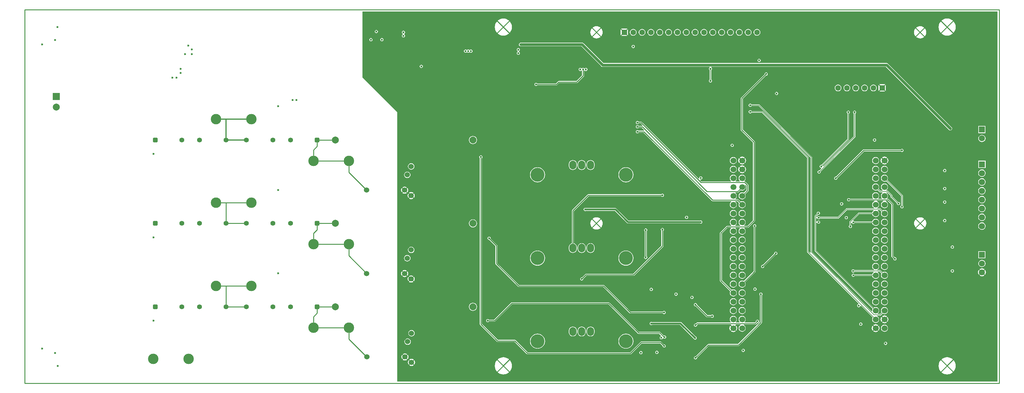
<source format=gbl>
G04 Layer_Physical_Order=4*
G04 Layer_Color=11796480*
%FSLAX43Y43*%
%MOMM*%
G71*
G01*
G75*
%ADD22C,2.000*%
%ADD30C,0.500*%
%ADD31C,0.250*%
%ADD32C,0.150*%
%ADD34C,0.300*%
%ADD35C,0.200*%
%ADD36C,0.750*%
%ADD38C,0.254*%
%ADD39O,2.000X2.500*%
%ADD40C,3.000*%
%ADD41C,1.600*%
%ADD42R,1.600X1.600*%
%ADD43C,1.524*%
%ADD46C,1.700*%
%ADD47R,1.750X1.750*%
%ADD48C,1.750*%
%ADD49C,4.000*%
%ADD50R,2.000X2.000*%
%ADD51R,1.800X1.800*%
%ADD52C,1.800*%
%ADD53C,1.400*%
G04:AMPARAMS|DCode=54|XSize=1.4mm|YSize=1.4mm|CornerRadius=0.35mm|HoleSize=0mm|Usage=FLASHONLY|Rotation=0.000|XOffset=0mm|YOffset=0mm|HoleType=Round|Shape=RoundedRectangle|*
%AMROUNDEDRECTD54*
21,1,1.400,0.700,0,0,0.0*
21,1,0.700,1.400,0,0,0.0*
1,1,0.700,0.350,-0.350*
1,1,0.700,-0.350,-0.350*
1,1,0.700,-0.350,0.350*
1,1,0.700,0.350,0.350*
%
%ADD54ROUNDEDRECTD54*%
%ADD55C,0.600*%
G36*
X279500Y500D02*
X107000D01*
Y78000D01*
X97000Y88000D01*
Y107000D01*
X279500D01*
Y500D01*
D02*
G37*
%LPC*%
G36*
X266500Y32759D02*
X266324Y32724D01*
X266176Y32624D01*
X266076Y32476D01*
X266041Y32300D01*
X266076Y32124D01*
X266176Y31976D01*
X266324Y31876D01*
X266500Y31841D01*
X266676Y31876D01*
X266824Y31976D01*
X266924Y32124D01*
X266959Y32300D01*
X266924Y32476D01*
X266824Y32624D01*
X266676Y32724D01*
X266500Y32759D01*
D02*
G37*
G36*
X275000Y33059D02*
X274705Y33020D01*
X274431Y32906D01*
X274296Y32803D01*
X275000Y32100D01*
X275704Y32803D01*
X275569Y32906D01*
X275295Y33020D01*
X275000Y33059D01*
D02*
G37*
G36*
X244460Y34629D02*
X244199Y34594D01*
X243956Y34493D01*
X243747Y34333D01*
X243587Y34124D01*
X243486Y33881D01*
X243451Y33620D01*
X243486Y33359D01*
X243587Y33116D01*
X243747Y32907D01*
X243956Y32746D01*
X244057Y32704D01*
X244023Y32529D01*
X238388D01*
X238324Y32624D01*
X238176Y32724D01*
X238000Y32759D01*
X237824Y32724D01*
X237676Y32624D01*
X237576Y32476D01*
X237541Y32300D01*
X237576Y32124D01*
X237676Y31976D01*
X237824Y31876D01*
X238000Y31841D01*
X238176Y31876D01*
X238324Y31976D01*
X238388Y32071D01*
X243821D01*
X243880Y31896D01*
X243747Y31793D01*
X243587Y31584D01*
X243486Y31341D01*
X243482Y31309D01*
X238408D01*
X238344Y31404D01*
X238196Y31504D01*
X238020Y31539D01*
X237844Y31504D01*
X237696Y31404D01*
X237596Y31256D01*
X237561Y31080D01*
X237596Y30904D01*
X237696Y30756D01*
X237844Y30656D01*
X238020Y30621D01*
X238196Y30656D01*
X238344Y30756D01*
X238408Y30851D01*
X243482D01*
X243486Y30819D01*
X243587Y30576D01*
X243747Y30367D01*
X243956Y30206D01*
X244199Y30106D01*
X244460Y30071D01*
X244721Y30106D01*
X244964Y30206D01*
X245173Y30367D01*
X245333Y30576D01*
X245434Y30819D01*
X245469Y31080D01*
X245434Y31341D01*
X245333Y31584D01*
X245173Y31793D01*
X245040Y31896D01*
X245099Y32071D01*
X245685D01*
X246146Y31610D01*
X246126Y31584D01*
X246026Y31341D01*
X245991Y31080D01*
X246026Y30819D01*
X246126Y30576D01*
X246287Y30367D01*
X246496Y30206D01*
X246739Y30106D01*
X247000Y30071D01*
X247261Y30106D01*
X247504Y30206D01*
X247713Y30367D01*
X247873Y30576D01*
X247974Y30819D01*
X248009Y31080D01*
X247974Y31341D01*
X247873Y31584D01*
X247713Y31793D01*
X247504Y31953D01*
X247261Y32054D01*
X247000Y32089D01*
X246739Y32054D01*
X246496Y31953D01*
X246470Y31934D01*
X245942Y32462D01*
X245868Y32512D01*
X245780Y32529D01*
X244897D01*
X244863Y32704D01*
X244964Y32746D01*
X245173Y32907D01*
X245333Y33116D01*
X245434Y33359D01*
X245469Y33620D01*
X245434Y33881D01*
X245333Y34124D01*
X245173Y34333D01*
X244964Y34493D01*
X244721Y34594D01*
X244460Y34629D01*
D02*
G37*
G36*
X109120Y32595D02*
X108855Y32560D01*
X108608Y32457D01*
X108497Y32373D01*
X109120Y31750D01*
X109743Y32373D01*
X109632Y32457D01*
X109385Y32560D01*
X109120Y32595D01*
D02*
G37*
G36*
X108317Y32193D02*
X108233Y32082D01*
X108130Y31835D01*
X108095Y31570D01*
X108130Y31305D01*
X108233Y31058D01*
X108317Y30947D01*
X108940Y31570D01*
X108317Y32193D01*
D02*
G37*
G36*
X274117Y32624D02*
X274014Y32489D01*
X273900Y32215D01*
X273861Y31920D01*
X273900Y31625D01*
X274014Y31351D01*
X274117Y31216D01*
X274820Y31920D01*
X274117Y32624D01*
D02*
G37*
G36*
X275883Y32624D02*
X275180Y31920D01*
X275883Y31216D01*
X275986Y31351D01*
X276100Y31625D01*
X276139Y31920D01*
X276100Y32215D01*
X275986Y32489D01*
X275883Y32624D01*
D02*
G37*
G36*
X147300Y38160D02*
X146879Y38119D01*
X146473Y37996D01*
X146100Y37796D01*
X145772Y37528D01*
X145504Y37200D01*
X145304Y36827D01*
X145181Y36421D01*
X145140Y36000D01*
X145181Y35579D01*
X145304Y35173D01*
X145504Y34800D01*
X145772Y34472D01*
X146100Y34204D01*
X146473Y34004D01*
X146879Y33881D01*
X147300Y33840D01*
X147721Y33881D01*
X148127Y34004D01*
X148500Y34204D01*
X148828Y34472D01*
X149096Y34800D01*
X149296Y35173D01*
X149419Y35579D01*
X149460Y36000D01*
X149419Y36421D01*
X149296Y36827D01*
X149096Y37200D01*
X148828Y37528D01*
X148500Y37796D01*
X148127Y37996D01*
X147721Y38119D01*
X147300Y38160D01*
D02*
G37*
G36*
X172700D02*
X172279Y38119D01*
X171873Y37996D01*
X171500Y37796D01*
X171172Y37528D01*
X170904Y37200D01*
X170704Y36827D01*
X170581Y36421D01*
X170540Y36000D01*
X170581Y35579D01*
X170704Y35173D01*
X170904Y34800D01*
X171172Y34472D01*
X171500Y34204D01*
X171873Y34004D01*
X172279Y33881D01*
X172700Y33840D01*
X173121Y33881D01*
X173527Y34004D01*
X173900Y34204D01*
X174228Y34472D01*
X174496Y34800D01*
X174696Y35173D01*
X174819Y35579D01*
X174860Y36000D01*
X174819Y36421D01*
X174696Y36827D01*
X174496Y37200D01*
X174228Y37528D01*
X173900Y37796D01*
X173527Y37996D01*
X173121Y38119D01*
X172700Y38160D01*
D02*
G37*
G36*
X109880Y36890D02*
X109642Y36859D01*
X109420Y36767D01*
X109230Y36620D01*
X109083Y36430D01*
X108991Y36208D01*
X108960Y35970D01*
X108991Y35732D01*
X109083Y35510D01*
X109230Y35320D01*
X109420Y35173D01*
X109642Y35081D01*
X109880Y35050D01*
X110118Y35081D01*
X110340Y35173D01*
X110530Y35320D01*
X110677Y35510D01*
X110769Y35732D01*
X110800Y35970D01*
X110769Y36208D01*
X110677Y36430D01*
X110530Y36620D01*
X110340Y36767D01*
X110118Y36859D01*
X109880Y36890D01*
D02*
G37*
G36*
X275000Y35494D02*
X274732Y35459D01*
X274483Y35355D01*
X274269Y35191D01*
X274105Y34977D01*
X274001Y34728D01*
X273966Y34460D01*
X274001Y34192D01*
X274105Y33943D01*
X274269Y33729D01*
X274483Y33565D01*
X274732Y33461D01*
X275000Y33426D01*
X275268Y33461D01*
X275517Y33565D01*
X275731Y33729D01*
X275895Y33943D01*
X275999Y34192D01*
X276034Y34460D01*
X275999Y34728D01*
X275895Y34977D01*
X275731Y35191D01*
X275517Y35355D01*
X275268Y35459D01*
X275000Y35494D01*
D02*
G37*
G36*
X203560Y34629D02*
X203299Y34594D01*
X203056Y34493D01*
X202847Y34333D01*
X202686Y34124D01*
X202586Y33881D01*
X202551Y33620D01*
X202586Y33359D01*
X202686Y33116D01*
X202847Y32907D01*
X203056Y32746D01*
X203299Y32646D01*
X203560Y32611D01*
X203821Y32646D01*
X204064Y32746D01*
X204273Y32907D01*
X204433Y33116D01*
X204534Y33359D01*
X204569Y33620D01*
X204534Y33881D01*
X204433Y34124D01*
X204273Y34333D01*
X204064Y34493D01*
X203821Y34594D01*
X203560Y34629D01*
D02*
G37*
G36*
X206100D02*
X205839Y34594D01*
X205596Y34493D01*
X205387Y34333D01*
X205227Y34124D01*
X205126Y33881D01*
X205091Y33620D01*
X205126Y33359D01*
X205227Y33116D01*
X205387Y32907D01*
X205596Y32746D01*
X205839Y32646D01*
X206100Y32611D01*
X206361Y32646D01*
X206604Y32746D01*
X206813Y32907D01*
X206973Y33116D01*
X207074Y33359D01*
X207109Y33620D01*
X207074Y33881D01*
X206973Y34124D01*
X206813Y34333D01*
X206604Y34493D01*
X206361Y34594D01*
X206100Y34629D01*
D02*
G37*
G36*
X247000D02*
X246739Y34594D01*
X246496Y34493D01*
X246287Y34333D01*
X246126Y34124D01*
X246026Y33881D01*
X245991Y33620D01*
X246026Y33359D01*
X246126Y33116D01*
X246287Y32907D01*
X246496Y32746D01*
X246739Y32646D01*
X247000Y32611D01*
X247261Y32646D01*
X247504Y32746D01*
X247713Y32907D01*
X247873Y33116D01*
X247974Y33359D01*
X248009Y33620D01*
X247974Y33881D01*
X247873Y34124D01*
X247713Y34333D01*
X247504Y34493D01*
X247261Y34594D01*
X247000Y34629D01*
D02*
G37*
G36*
X109923Y32193D02*
X109300Y31570D01*
X109923Y30947D01*
X110007Y31058D01*
X110110Y31305D01*
X110145Y31570D01*
X110110Y31835D01*
X110007Y32082D01*
X109923Y32193D01*
D02*
G37*
G36*
X111000Y29820D02*
X110377Y29197D01*
X110488Y29113D01*
X110735Y29010D01*
X111000Y28975D01*
X111265Y29010D01*
X111512Y29113D01*
X111623Y29197D01*
X111000Y29820D01*
D02*
G37*
G36*
X111803Y30623D02*
X111180Y30000D01*
X111803Y29377D01*
X111887Y29488D01*
X111990Y29735D01*
X112025Y30000D01*
X111990Y30265D01*
X111887Y30512D01*
X111803Y30623D01*
D02*
G37*
G36*
X110197Y30623D02*
X110113Y30512D01*
X110010Y30265D01*
X109975Y30000D01*
X110010Y29735D01*
X110113Y29488D01*
X110197Y29377D01*
X110820Y30000D01*
X110197Y30623D01*
D02*
G37*
G36*
X247000Y29549D02*
X246739Y29514D01*
X246496Y29413D01*
X246287Y29253D01*
X246126Y29044D01*
X246026Y28801D01*
X245991Y28540D01*
X246026Y28279D01*
X246126Y28036D01*
X246287Y27827D01*
X246496Y27667D01*
X246739Y27566D01*
X247000Y27531D01*
X247261Y27566D01*
X247504Y27667D01*
X247713Y27827D01*
X247873Y28036D01*
X247974Y28279D01*
X248009Y28540D01*
X247974Y28801D01*
X247873Y29044D01*
X247713Y29253D01*
X247504Y29413D01*
X247261Y29514D01*
X247000Y29549D01*
D02*
G37*
G36*
X209800Y27559D02*
X209624Y27524D01*
X209476Y27424D01*
X209376Y27276D01*
X209341Y27100D01*
X209376Y26924D01*
X209476Y26776D01*
X209624Y26676D01*
X209800Y26641D01*
X209976Y26676D01*
X210124Y26776D01*
X210224Y26924D01*
X210259Y27100D01*
X210224Y27276D01*
X210124Y27424D01*
X209976Y27524D01*
X209800Y27559D01*
D02*
G37*
G36*
X203560Y29549D02*
X203299Y29514D01*
X203056Y29413D01*
X202847Y29253D01*
X202686Y29044D01*
X202586Y28801D01*
X202551Y28540D01*
X202586Y28279D01*
X202686Y28036D01*
X202847Y27827D01*
X203056Y27667D01*
X203299Y27566D01*
X203560Y27531D01*
X203821Y27566D01*
X204064Y27667D01*
X204273Y27827D01*
X204433Y28036D01*
X204534Y28279D01*
X204569Y28540D01*
X204534Y28801D01*
X204433Y29044D01*
X204273Y29253D01*
X204064Y29413D01*
X203821Y29514D01*
X203560Y29549D01*
D02*
G37*
G36*
X244460D02*
X244199Y29514D01*
X243956Y29413D01*
X243747Y29253D01*
X243587Y29044D01*
X243486Y28801D01*
X243451Y28540D01*
X243486Y28279D01*
X243587Y28036D01*
X243747Y27827D01*
X243956Y27667D01*
X244199Y27566D01*
X244460Y27531D01*
X244721Y27566D01*
X244964Y27667D01*
X245173Y27827D01*
X245333Y28036D01*
X245434Y28279D01*
X245469Y28540D01*
X245434Y28801D01*
X245333Y29044D01*
X245173Y29253D01*
X244964Y29413D01*
X244721Y29514D01*
X244460Y29549D01*
D02*
G37*
G36*
X183175Y44684D02*
X182999Y44649D01*
X182851Y44549D01*
X182751Y44401D01*
X182716Y44225D01*
X182751Y44049D01*
X182851Y43901D01*
X182895Y43871D01*
Y39591D01*
X174784Y31480D01*
X161200D01*
X161093Y31459D01*
X161002Y31398D01*
X160052Y30448D01*
X160000Y30459D01*
X159824Y30424D01*
X159676Y30324D01*
X159576Y30176D01*
X159541Y30000D01*
X159576Y29824D01*
X159676Y29676D01*
X159824Y29576D01*
X160000Y29541D01*
X160176Y29576D01*
X160324Y29676D01*
X160424Y29824D01*
X160459Y30000D01*
X160448Y30052D01*
X161316Y30920D01*
X174900D01*
X175007Y30941D01*
X175098Y31002D01*
X183373Y39277D01*
X183434Y39368D01*
X183455Y39475D01*
Y43871D01*
X183499Y43901D01*
X183599Y44049D01*
X183634Y44225D01*
X183599Y44401D01*
X183499Y44549D01*
X183351Y44649D01*
X183175Y44684D01*
D02*
G37*
G36*
X109120Y31390D02*
X108497Y30767D01*
X108608Y30683D01*
X108855Y30580D01*
X109120Y30545D01*
X109385Y30580D01*
X109632Y30683D01*
X109743Y30767D01*
X109120Y31390D01*
D02*
G37*
G36*
X275000Y31740D02*
X274296Y31037D01*
X274431Y30934D01*
X274705Y30820D01*
X275000Y30781D01*
X275295Y30820D01*
X275569Y30934D01*
X275704Y31037D01*
X275000Y31740D01*
D02*
G37*
G36*
X111000Y31025D02*
X110735Y30990D01*
X110488Y30887D01*
X110377Y30803D01*
X111000Y30180D01*
X111623Y30803D01*
X111512Y30887D01*
X111265Y30990D01*
X111000Y31025D01*
D02*
G37*
G36*
X209700Y45759D02*
X209524Y45724D01*
X209376Y45624D01*
X209276Y45476D01*
X209241Y45300D01*
X209276Y45124D01*
X209376Y44976D01*
X209420Y44946D01*
Y32256D01*
X206585Y29421D01*
X206361Y29514D01*
X206100Y29549D01*
X205839Y29514D01*
X205596Y29413D01*
X205387Y29253D01*
X205227Y29044D01*
X205126Y28801D01*
X205091Y28540D01*
X205126Y28279D01*
X205227Y28036D01*
X205387Y27827D01*
X205596Y27667D01*
X205839Y27566D01*
X206100Y27531D01*
X206361Y27566D01*
X206604Y27667D01*
X206813Y27827D01*
X206973Y28036D01*
X207074Y28279D01*
X207109Y28540D01*
X207074Y28801D01*
X206982Y29025D01*
X209898Y31942D01*
X209959Y32033D01*
X209980Y32140D01*
Y44946D01*
X210024Y44976D01*
X210124Y45124D01*
X210159Y45300D01*
X210124Y45476D01*
X210024Y45624D01*
X209876Y45724D01*
X209700Y45759D01*
D02*
G37*
G36*
X203560Y32089D02*
X203299Y32054D01*
X203056Y31953D01*
X202847Y31793D01*
X202686Y31584D01*
X202586Y31341D01*
X202551Y31080D01*
X202586Y30819D01*
X202686Y30576D01*
X202847Y30367D01*
X203056Y30206D01*
X203299Y30106D01*
X203560Y30071D01*
X203821Y30106D01*
X204064Y30206D01*
X204273Y30367D01*
X204433Y30576D01*
X204534Y30819D01*
X204569Y31080D01*
X204534Y31341D01*
X204433Y31584D01*
X204273Y31793D01*
X204064Y31953D01*
X203821Y32054D01*
X203560Y32089D01*
D02*
G37*
G36*
X206100D02*
X205839Y32054D01*
X205596Y31953D01*
X205387Y31793D01*
X205227Y31584D01*
X205126Y31341D01*
X205091Y31080D01*
X205126Y30819D01*
X205227Y30576D01*
X205387Y30367D01*
X205596Y30206D01*
X205839Y30106D01*
X206100Y30071D01*
X206361Y30106D01*
X206604Y30206D01*
X206813Y30367D01*
X206973Y30576D01*
X207074Y30819D01*
X207109Y31080D01*
X207074Y31341D01*
X206973Y31584D01*
X206813Y31793D01*
X206604Y31953D01*
X206361Y32054D01*
X206100Y32089D01*
D02*
G37*
G36*
X203560Y37169D02*
X203299Y37134D01*
X203056Y37033D01*
X202847Y36873D01*
X202686Y36664D01*
X202586Y36421D01*
X202551Y36160D01*
X202586Y35899D01*
X202686Y35656D01*
X202847Y35447D01*
X203056Y35286D01*
X203299Y35186D01*
X203560Y35151D01*
X203821Y35186D01*
X204064Y35286D01*
X204273Y35447D01*
X204433Y35656D01*
X204534Y35899D01*
X204569Y36160D01*
X204534Y36421D01*
X204433Y36664D01*
X204273Y36873D01*
X204064Y37033D01*
X203821Y37134D01*
X203560Y37169D01*
D02*
G37*
G36*
X244460Y44789D02*
X244199Y44754D01*
X243956Y44653D01*
X243747Y44493D01*
X243587Y44284D01*
X243486Y44041D01*
X243451Y43780D01*
X243486Y43519D01*
X243587Y43276D01*
X243747Y43067D01*
X243956Y42907D01*
X244199Y42806D01*
X244460Y42771D01*
X244721Y42806D01*
X244964Y42907D01*
X245173Y43067D01*
X245333Y43276D01*
X245434Y43519D01*
X245469Y43780D01*
X245434Y44041D01*
X245333Y44284D01*
X245173Y44493D01*
X244964Y44653D01*
X244721Y44754D01*
X244460Y44789D01*
D02*
G37*
G36*
X247000D02*
X246739Y44754D01*
X246496Y44653D01*
X246287Y44493D01*
X246126Y44284D01*
X246026Y44041D01*
X245991Y43780D01*
X246026Y43519D01*
X246126Y43276D01*
X246287Y43067D01*
X246496Y42907D01*
X246739Y42806D01*
X247000Y42771D01*
X247261Y42806D01*
X247504Y42907D01*
X247713Y43067D01*
X247873Y43276D01*
X247974Y43519D01*
X248009Y43780D01*
X247974Y44041D01*
X247873Y44284D01*
X247713Y44493D01*
X247504Y44653D01*
X247261Y44754D01*
X247000Y44789D01*
D02*
G37*
G36*
X275000Y46279D02*
X274726Y46243D01*
X274470Y46137D01*
X274251Y45969D01*
X274083Y45750D01*
X273977Y45494D01*
X273941Y45220D01*
X273977Y44946D01*
X274083Y44690D01*
X274251Y44471D01*
X274470Y44303D01*
X274726Y44197D01*
X275000Y44161D01*
X275274Y44197D01*
X275530Y44303D01*
X275749Y44471D01*
X275917Y44690D01*
X276023Y44946D01*
X276059Y45220D01*
X276023Y45494D01*
X275917Y45750D01*
X275749Y45969D01*
X275530Y46137D01*
X275274Y46243D01*
X275000Y46279D01*
D02*
G37*
G36*
X247000Y42249D02*
X246739Y42214D01*
X246496Y42113D01*
X246287Y41953D01*
X246126Y41744D01*
X246026Y41501D01*
X245991Y41240D01*
X246026Y40979D01*
X246126Y40736D01*
X246287Y40527D01*
X246496Y40367D01*
X246739Y40266D01*
X247000Y40231D01*
X247261Y40266D01*
X247504Y40367D01*
X247713Y40527D01*
X247873Y40736D01*
X247974Y40979D01*
X248009Y41240D01*
X247974Y41501D01*
X247873Y41744D01*
X247713Y41953D01*
X247504Y42113D01*
X247261Y42214D01*
X247000Y42249D01*
D02*
G37*
G36*
X203560D02*
X203299Y42214D01*
X203056Y42113D01*
X202847Y41953D01*
X202686Y41744D01*
X202586Y41501D01*
X202551Y41240D01*
X202586Y40979D01*
X202686Y40736D01*
X202847Y40527D01*
X203056Y40367D01*
X203299Y40266D01*
X203560Y40231D01*
X203821Y40266D01*
X204064Y40367D01*
X204273Y40527D01*
X204433Y40736D01*
X204534Y40979D01*
X204569Y41240D01*
X204534Y41501D01*
X204433Y41744D01*
X204273Y41953D01*
X204064Y42113D01*
X203821Y42214D01*
X203560Y42249D01*
D02*
G37*
G36*
X206100D02*
X205839Y42214D01*
X205596Y42113D01*
X205387Y41953D01*
X205227Y41744D01*
X205126Y41501D01*
X205091Y41240D01*
X205126Y40979D01*
X205227Y40736D01*
X205387Y40527D01*
X205596Y40367D01*
X205839Y40266D01*
X206100Y40231D01*
X206361Y40266D01*
X206604Y40367D01*
X206813Y40527D01*
X206973Y40736D01*
X207074Y40979D01*
X207109Y41240D01*
X207074Y41501D01*
X206973Y41744D01*
X206813Y41953D01*
X206604Y42113D01*
X206361Y42214D01*
X206100Y42249D01*
D02*
G37*
G36*
X244460D02*
X244199Y42214D01*
X243956Y42113D01*
X243747Y41953D01*
X243587Y41744D01*
X243486Y41501D01*
X243451Y41240D01*
X243486Y40979D01*
X243587Y40736D01*
X243747Y40527D01*
X243956Y40367D01*
X244199Y40266D01*
X244460Y40231D01*
X244721Y40266D01*
X244964Y40367D01*
X245173Y40527D01*
X245333Y40736D01*
X245434Y40979D01*
X245469Y41240D01*
X245434Y41501D01*
X245333Y41744D01*
X245173Y41953D01*
X244964Y42113D01*
X244721Y42214D01*
X244460Y42249D01*
D02*
G37*
G36*
X255943Y47148D02*
X255805Y46979D01*
X255642Y46674D01*
X255541Y46344D01*
X255508Y46000D01*
X255541Y45656D01*
X255642Y45326D01*
X255805Y45021D01*
X255943Y44852D01*
X257090Y46000D01*
X255943Y47148D01*
D02*
G37*
G36*
X165577D02*
X164430Y46000D01*
X165577Y44852D01*
X165715Y45021D01*
X165878Y45326D01*
X165979Y45656D01*
X166012Y46000D01*
X165979Y46344D01*
X165878Y46674D01*
X165715Y46979D01*
X165577Y47148D01*
D02*
G37*
G36*
X258597D02*
X257450Y46000D01*
X258597Y44852D01*
X258735Y45021D01*
X258898Y45326D01*
X258999Y45656D01*
X259032Y46000D01*
X258999Y46344D01*
X258898Y46674D01*
X258735Y46979D01*
X258597Y47148D01*
D02*
G37*
G36*
X162923D02*
X162785Y46979D01*
X162622Y46674D01*
X162521Y46344D01*
X162488Y46000D01*
X162521Y45656D01*
X162622Y45326D01*
X162785Y45021D01*
X162923Y44852D01*
X164070Y46000D01*
X162923Y47148D01*
D02*
G37*
G36*
X164250Y45820D02*
X163102Y44673D01*
X163271Y44535D01*
X163576Y44372D01*
X163906Y44271D01*
X164250Y44238D01*
X164594Y44271D01*
X164924Y44372D01*
X165229Y44535D01*
X165398Y44673D01*
X164250Y45820D01*
D02*
G37*
G36*
X257270D02*
X256122Y44673D01*
X256291Y44535D01*
X256596Y44372D01*
X256926Y44271D01*
X257270Y44238D01*
X257614Y44271D01*
X257944Y44372D01*
X258249Y44535D01*
X258418Y44673D01*
X257270Y45820D01*
D02*
G37*
G36*
X128750Y47160D02*
X128450Y47120D01*
X128170Y47005D01*
X127930Y46820D01*
X127745Y46580D01*
X127630Y46300D01*
X127590Y46000D01*
X127630Y45700D01*
X127745Y45420D01*
X127930Y45180D01*
X128170Y44995D01*
X128450Y44880D01*
X128750Y44840D01*
X129050Y44880D01*
X129330Y44995D01*
X129570Y45180D01*
X129755Y45420D01*
X129870Y45700D01*
X129910Y46000D01*
X129870Y46300D01*
X129755Y46580D01*
X129570Y46820D01*
X129330Y47005D01*
X129050Y47120D01*
X128750Y47160D01*
D02*
G37*
G36*
X266500Y39659D02*
X266324Y39624D01*
X266176Y39524D01*
X266076Y39376D01*
X266041Y39200D01*
X266076Y39024D01*
X266176Y38876D01*
X266324Y38776D01*
X266500Y38741D01*
X266676Y38776D01*
X266824Y38876D01*
X266924Y39024D01*
X266959Y39200D01*
X266924Y39376D01*
X266824Y39524D01*
X266676Y39624D01*
X266500Y39659D01*
D02*
G37*
G36*
X276025Y38025D02*
X273975D01*
Y35975D01*
X276025D01*
Y38025D01*
D02*
G37*
G36*
X215760Y37859D02*
X215584Y37824D01*
X215436Y37724D01*
X215336Y37576D01*
X215301Y37400D01*
X215312Y37348D01*
X212032Y34068D01*
X211980Y34079D01*
X211804Y34044D01*
X211656Y33944D01*
X211556Y33796D01*
X211521Y33620D01*
X211556Y33444D01*
X211656Y33296D01*
X211804Y33196D01*
X211980Y33161D01*
X212156Y33196D01*
X212304Y33296D01*
X212404Y33444D01*
X212439Y33620D01*
X212428Y33672D01*
X215708Y36952D01*
X215760Y36941D01*
X215936Y36976D01*
X216084Y37076D01*
X216184Y37224D01*
X216219Y37400D01*
X216184Y37576D01*
X216084Y37724D01*
X215936Y37824D01*
X215760Y37859D01*
D02*
G37*
G36*
X111000Y39300D02*
X110762Y39269D01*
X110540Y39177D01*
X110350Y39030D01*
X110203Y38840D01*
X110111Y38618D01*
X110080Y38380D01*
X110111Y38142D01*
X110203Y37920D01*
X110350Y37730D01*
X110540Y37583D01*
X110762Y37491D01*
X111000Y37460D01*
X111238Y37491D01*
X111460Y37583D01*
X111650Y37730D01*
X111797Y37920D01*
X111889Y38142D01*
X111920Y38380D01*
X111889Y38618D01*
X111797Y38840D01*
X111650Y39030D01*
X111460Y39177D01*
X111238Y39269D01*
X111000Y39300D01*
D02*
G37*
G36*
X178400Y44559D02*
X178224Y44524D01*
X178076Y44424D01*
X177976Y44276D01*
X177941Y44100D01*
X177976Y43924D01*
X178076Y43776D01*
X178120Y43746D01*
Y36554D01*
X178076Y36524D01*
X177976Y36376D01*
X177941Y36200D01*
X177976Y36024D01*
X178076Y35876D01*
X178224Y35776D01*
X178400Y35741D01*
X178576Y35776D01*
X178724Y35876D01*
X178824Y36024D01*
X178859Y36200D01*
X178824Y36376D01*
X178724Y36524D01*
X178680Y36554D01*
Y43746D01*
X178724Y43776D01*
X178824Y43924D01*
X178859Y44100D01*
X178824Y44276D01*
X178724Y44424D01*
X178576Y44524D01*
X178400Y44559D01*
D02*
G37*
G36*
X206100Y37169D02*
X205839Y37134D01*
X205596Y37033D01*
X205387Y36873D01*
X205227Y36664D01*
X205126Y36421D01*
X205091Y36160D01*
X205126Y35899D01*
X205227Y35656D01*
X205387Y35447D01*
X205596Y35286D01*
X205839Y35186D01*
X206100Y35151D01*
X206361Y35186D01*
X206604Y35286D01*
X206813Y35447D01*
X206973Y35656D01*
X207074Y35899D01*
X207109Y36160D01*
X207074Y36421D01*
X206973Y36664D01*
X206813Y36873D01*
X206604Y37033D01*
X206361Y37134D01*
X206100Y37169D01*
D02*
G37*
G36*
X244460D02*
X244199Y37134D01*
X243956Y37033D01*
X243747Y36873D01*
X243587Y36664D01*
X243486Y36421D01*
X243451Y36160D01*
X243486Y35899D01*
X243587Y35656D01*
X243747Y35447D01*
X243956Y35286D01*
X244199Y35186D01*
X244460Y35151D01*
X244721Y35186D01*
X244964Y35286D01*
X245173Y35447D01*
X245333Y35656D01*
X245434Y35899D01*
X245469Y36160D01*
X245434Y36421D01*
X245333Y36664D01*
X245173Y36873D01*
X244964Y37033D01*
X244721Y37134D01*
X244460Y37169D01*
D02*
G37*
G36*
X247000D02*
X246739Y37134D01*
X246496Y37033D01*
X246287Y36873D01*
X246126Y36664D01*
X246026Y36421D01*
X245991Y36160D01*
X246026Y35899D01*
X246126Y35656D01*
X246287Y35447D01*
X246496Y35286D01*
X246739Y35186D01*
X247000Y35151D01*
X247261Y35186D01*
X247504Y35286D01*
X247713Y35447D01*
X247873Y35656D01*
X247974Y35899D01*
X248009Y36160D01*
X247974Y36421D01*
X247873Y36664D01*
X247713Y36873D01*
X247504Y37033D01*
X247261Y37134D01*
X247000Y37169D01*
D02*
G37*
G36*
X206100Y39709D02*
X205839Y39674D01*
X205596Y39573D01*
X205387Y39413D01*
X205227Y39204D01*
X205126Y38961D01*
X205091Y38700D01*
X205126Y38439D01*
X205227Y38196D01*
X205387Y37987D01*
X205596Y37826D01*
X205839Y37726D01*
X206100Y37691D01*
X206361Y37726D01*
X206604Y37826D01*
X206813Y37987D01*
X206973Y38196D01*
X207074Y38439D01*
X207109Y38700D01*
X207074Y38961D01*
X206973Y39204D01*
X206813Y39413D01*
X206604Y39573D01*
X206361Y39674D01*
X206100Y39709D01*
D02*
G37*
G36*
X244460D02*
X244199Y39674D01*
X243956Y39573D01*
X243747Y39413D01*
X243587Y39204D01*
X243486Y38961D01*
X243451Y38700D01*
X243486Y38439D01*
X243587Y38196D01*
X243747Y37987D01*
X243956Y37826D01*
X244199Y37726D01*
X244460Y37691D01*
X244721Y37726D01*
X244964Y37826D01*
X245173Y37987D01*
X245333Y38196D01*
X245434Y38439D01*
X245469Y38700D01*
X245434Y38961D01*
X245333Y39204D01*
X245173Y39413D01*
X244964Y39573D01*
X244721Y39674D01*
X244460Y39709D01*
D02*
G37*
G36*
X247000D02*
X246739Y39674D01*
X246496Y39573D01*
X246287Y39413D01*
X246126Y39204D01*
X246026Y38961D01*
X245991Y38700D01*
X246026Y38439D01*
X246126Y38196D01*
X246287Y37987D01*
X246496Y37826D01*
X246739Y37726D01*
X247000Y37691D01*
X247261Y37726D01*
X247504Y37826D01*
X247713Y37987D01*
X247873Y38196D01*
X247974Y38439D01*
X248009Y38700D01*
X247974Y38961D01*
X247873Y39204D01*
X247713Y39413D01*
X247504Y39573D01*
X247261Y39674D01*
X247000Y39709D01*
D02*
G37*
G36*
X203560D02*
X203299Y39674D01*
X203056Y39573D01*
X202847Y39413D01*
X202686Y39204D01*
X202586Y38961D01*
X202551Y38700D01*
X202586Y38439D01*
X202686Y38196D01*
X202847Y37987D01*
X203056Y37826D01*
X203299Y37726D01*
X203560Y37691D01*
X203821Y37726D01*
X204064Y37826D01*
X204273Y37987D01*
X204433Y38196D01*
X204534Y38439D01*
X204569Y38700D01*
X204534Y38961D01*
X204433Y39204D01*
X204273Y39413D01*
X204064Y39573D01*
X203821Y39674D01*
X203560Y39709D01*
D02*
G37*
G36*
X160000Y40310D02*
X159700Y40270D01*
X159420Y40155D01*
X159180Y39970D01*
X158995Y39730D01*
X158880Y39450D01*
X158840Y39150D01*
Y38650D01*
X158880Y38350D01*
X158995Y38070D01*
X159180Y37830D01*
X159420Y37645D01*
X159700Y37530D01*
X160000Y37490D01*
X160300Y37530D01*
X160580Y37645D01*
X160820Y37830D01*
X161005Y38070D01*
X161120Y38350D01*
X161160Y38650D01*
Y39150D01*
X161120Y39450D01*
X161005Y39730D01*
X160820Y39970D01*
X160580Y40155D01*
X160300Y40270D01*
X160000Y40310D01*
D02*
G37*
G36*
X162550D02*
X162250Y40270D01*
X161970Y40155D01*
X161730Y39970D01*
X161545Y39730D01*
X161430Y39450D01*
X161390Y39150D01*
Y38650D01*
X161430Y38350D01*
X161545Y38070D01*
X161730Y37830D01*
X161970Y37645D01*
X162250Y37530D01*
X162550Y37490D01*
X162850Y37530D01*
X163130Y37645D01*
X163370Y37830D01*
X163555Y38070D01*
X163670Y38350D01*
X163710Y38650D01*
Y39150D01*
X163670Y39450D01*
X163555Y39730D01*
X163370Y39970D01*
X163130Y40155D01*
X162850Y40270D01*
X162550Y40310D01*
D02*
G37*
G36*
X208400Y80459D02*
X208224Y80424D01*
X208076Y80324D01*
X207976Y80176D01*
X207941Y80000D01*
X207976Y79824D01*
X208076Y79676D01*
X208224Y79576D01*
X208400Y79541D01*
X208576Y79576D01*
X208724Y79676D01*
X208788Y79771D01*
X210905D01*
X225771Y64905D01*
Y37700D01*
X225785Y37627D01*
X225777Y37617D01*
X225588Y37576D01*
X225229Y37935D01*
Y65000D01*
X225229Y65000D01*
X225212Y65088D01*
X225162Y65162D01*
X225162Y65162D01*
X212062Y78262D01*
X211988Y78312D01*
X211900Y78329D01*
X208788D01*
X208724Y78424D01*
X208576Y78524D01*
X208400Y78559D01*
X208224Y78524D01*
X208076Y78424D01*
X207976Y78276D01*
X207941Y78100D01*
X207976Y77924D01*
X208076Y77776D01*
X208224Y77676D01*
X208400Y77641D01*
X208576Y77676D01*
X208724Y77776D01*
X208788Y77871D01*
X211805D01*
X224771Y64905D01*
Y37840D01*
X224788Y37752D01*
X224838Y37678D01*
X239590Y22926D01*
X239524Y22744D01*
X239424Y22724D01*
X239276Y22624D01*
X239176Y22476D01*
X239141Y22300D01*
X239176Y22124D01*
X239276Y21976D01*
X239424Y21876D01*
X239600Y21841D01*
X239776Y21876D01*
X239924Y21976D01*
X240024Y22124D01*
X240044Y22224D01*
X240226Y22290D01*
X243606Y18910D01*
X243587Y18884D01*
X243486Y18641D01*
X243451Y18380D01*
X243486Y18119D01*
X243587Y17876D01*
X243747Y17667D01*
X243956Y17507D01*
X244199Y17406D01*
X244460Y17371D01*
X244721Y17406D01*
X244964Y17507D01*
X245173Y17667D01*
X245333Y17876D01*
X245434Y18119D01*
X245469Y18380D01*
X245434Y18641D01*
X245333Y18884D01*
X245173Y19093D01*
X244964Y19253D01*
X244863Y19296D01*
X244897Y19471D01*
X245780D01*
X245868Y19488D01*
X245942Y19538D01*
X246470Y20066D01*
X246496Y20046D01*
X246739Y19946D01*
X247000Y19911D01*
X247261Y19946D01*
X247504Y20046D01*
X247713Y20207D01*
X247873Y20416D01*
X247974Y20659D01*
X248009Y20920D01*
X247974Y21181D01*
X247873Y21424D01*
X247713Y21633D01*
X247504Y21793D01*
X247261Y21894D01*
X247000Y21929D01*
X246739Y21894D01*
X246496Y21793D01*
X246287Y21633D01*
X246126Y21424D01*
X246026Y21181D01*
X245991Y20920D01*
X246026Y20659D01*
X246126Y20416D01*
X246146Y20390D01*
X245685Y19929D01*
X245099D01*
X245040Y20104D01*
X245173Y20207D01*
X245333Y20416D01*
X245434Y20659D01*
X245469Y20920D01*
X245434Y21181D01*
X245333Y21424D01*
X245173Y21633D01*
X244964Y21793D01*
X244721Y21894D01*
X244460Y21929D01*
X244199Y21894D01*
X243956Y21793D01*
X243930Y21774D01*
X227429Y38275D01*
Y46206D01*
X227604Y46223D01*
X227611Y46189D01*
X227711Y46041D01*
X227859Y45941D01*
X228035Y45906D01*
X228211Y45941D01*
X228359Y46041D01*
X228459Y46189D01*
X228494Y46365D01*
X228459Y46541D01*
X228359Y46689D01*
X228211Y46789D01*
X228035Y46824D01*
X227859Y46789D01*
X227711Y46689D01*
X227611Y46541D01*
X227604Y46507D01*
X227429Y46524D01*
Y47476D01*
X227604Y47493D01*
X227611Y47459D01*
X227711Y47311D01*
X227859Y47211D01*
X228035Y47176D01*
X228211Y47211D01*
X228359Y47311D01*
X228423Y47406D01*
X233635D01*
X233723Y47423D01*
X233797Y47473D01*
X236195Y49871D01*
X243847D01*
X243906Y49696D01*
X243747Y49573D01*
X243587Y49364D01*
X243486Y49121D01*
X243482Y49089D01*
X239560D01*
X239560Y49089D01*
X239472Y49072D01*
X239398Y49022D01*
X237033Y46657D01*
X236983Y46583D01*
X236966Y46495D01*
Y45483D01*
X236871Y45419D01*
X236771Y45271D01*
X236736Y45095D01*
X236771Y44919D01*
X236871Y44771D01*
X237019Y44671D01*
X237195Y44636D01*
X237371Y44671D01*
X237519Y44771D01*
X237619Y44919D01*
X237654Y45095D01*
X237619Y45271D01*
X237519Y45419D01*
X237424Y45483D01*
Y46111D01*
X237596Y46144D01*
X237696Y45996D01*
X237844Y45896D01*
X238020Y45861D01*
X238196Y45896D01*
X238344Y45996D01*
X238408Y46091D01*
X243482D01*
X243486Y46059D01*
X243587Y45816D01*
X243747Y45607D01*
X243956Y45446D01*
X244199Y45346D01*
X244460Y45311D01*
X244721Y45346D01*
X244964Y45446D01*
X245173Y45607D01*
X245333Y45816D01*
X245434Y46059D01*
X245469Y46320D01*
X245434Y46581D01*
X245333Y46824D01*
X245173Y47033D01*
X244964Y47193D01*
X244721Y47294D01*
X244460Y47329D01*
X244199Y47294D01*
X243956Y47193D01*
X243747Y47033D01*
X243587Y46824D01*
X243486Y46581D01*
X243482Y46549D01*
X238408D01*
X238344Y46644D01*
X238196Y46744D01*
X238046Y46774D01*
X237998Y46856D01*
X237972Y46948D01*
X239655Y48631D01*
X243482D01*
X243486Y48599D01*
X243587Y48356D01*
X243747Y48147D01*
X243956Y47986D01*
X244199Y47886D01*
X244460Y47851D01*
X244721Y47886D01*
X244964Y47986D01*
X245173Y48147D01*
X245333Y48356D01*
X245434Y48599D01*
X245469Y48860D01*
X245434Y49121D01*
X245333Y49364D01*
X245173Y49573D01*
X245014Y49696D01*
X245073Y49871D01*
X245665D01*
X246146Y49390D01*
X246126Y49364D01*
X246026Y49121D01*
X245991Y48860D01*
X246026Y48599D01*
X246126Y48356D01*
X246287Y48147D01*
X246496Y47986D01*
X246739Y47886D01*
X247000Y47851D01*
X247261Y47886D01*
X247504Y47986D01*
X247713Y48147D01*
X247873Y48356D01*
X247974Y48599D01*
X248009Y48860D01*
X247974Y49121D01*
X247873Y49364D01*
X247713Y49573D01*
X247504Y49733D01*
X247261Y49834D01*
X247000Y49869D01*
X246739Y49834D01*
X246496Y49733D01*
X246470Y49714D01*
X245922Y50262D01*
X245848Y50312D01*
X245760Y50329D01*
X244946D01*
X244911Y50504D01*
X244964Y50527D01*
X245173Y50687D01*
X245333Y50896D01*
X245434Y51139D01*
X245469Y51400D01*
X245434Y51661D01*
X245333Y51904D01*
X245173Y52113D01*
X244964Y52273D01*
X244793Y52345D01*
X244827Y52520D01*
X246633D01*
X246667Y52345D01*
X246496Y52273D01*
X246287Y52113D01*
X246126Y51904D01*
X246026Y51661D01*
X245991Y51400D01*
X246026Y51139D01*
X246126Y50896D01*
X246287Y50687D01*
X246496Y50527D01*
X246739Y50426D01*
X247000Y50391D01*
X247261Y50426D01*
X247504Y50527D01*
X247713Y50687D01*
X247873Y50896D01*
X247974Y51139D01*
X248009Y51400D01*
X247974Y51661D01*
X247873Y51904D01*
X247713Y52113D01*
X247504Y52273D01*
X247333Y52345D01*
X247367Y52520D01*
X247884D01*
X249020Y51384D01*
Y36500D01*
X249041Y36393D01*
X249102Y36302D01*
X249552Y35852D01*
X249541Y35800D01*
X249576Y35624D01*
X249676Y35476D01*
X249824Y35376D01*
X250000Y35341D01*
X250176Y35376D01*
X250324Y35476D01*
X250424Y35624D01*
X250459Y35800D01*
X250424Y35976D01*
X250324Y36124D01*
X250176Y36224D01*
X250000Y36259D01*
X249948Y36248D01*
X249580Y36616D01*
Y51500D01*
X249559Y51607D01*
X249498Y51698D01*
X248198Y52998D01*
X248107Y53059D01*
X248000Y53080D01*
X247783D01*
X247735Y53255D01*
X247873Y53436D01*
X247974Y53679D01*
X248009Y53940D01*
X247974Y54201D01*
X247873Y54444D01*
X247713Y54653D01*
X247561Y54770D01*
X247620Y54945D01*
X247794D01*
X248745Y53994D01*
Y53700D01*
X248765Y53602D01*
X248820Y53520D01*
X250557Y51782D01*
X250541Y51700D01*
X250576Y51524D01*
X250676Y51376D01*
X250824Y51276D01*
X251000Y51241D01*
X251176Y51276D01*
X251324Y51376D01*
X251424Y51524D01*
X251459Y51700D01*
X251424Y51876D01*
X251324Y52024D01*
X251176Y52124D01*
X251000Y52159D01*
X250918Y52143D01*
X249255Y53806D01*
Y54100D01*
X249235Y54198D01*
X249180Y54280D01*
X248080Y55380D01*
X247998Y55435D01*
X247900Y55455D01*
X247581D01*
X247555Y55507D01*
X247535Y55630D01*
X247713Y55767D01*
X247873Y55976D01*
X247974Y56219D01*
X248009Y56480D01*
X247974Y56741D01*
X247873Y56984D01*
X247713Y57193D01*
X247504Y57353D01*
X247261Y57454D01*
X247000Y57489D01*
X246739Y57454D01*
X246496Y57353D01*
X246287Y57193D01*
X246126Y56984D01*
X246026Y56741D01*
X245991Y56480D01*
X246026Y56219D01*
X246126Y55976D01*
X246287Y55767D01*
X246465Y55630D01*
X246445Y55507D01*
X246419Y55455D01*
X245846D01*
X245330Y55971D01*
X245333Y55976D01*
X245434Y56219D01*
X245469Y56480D01*
X245434Y56741D01*
X245333Y56984D01*
X245173Y57193D01*
X244964Y57353D01*
X244721Y57454D01*
X244460Y57489D01*
X244199Y57454D01*
X243956Y57353D01*
X243747Y57193D01*
X243587Y56984D01*
X243486Y56741D01*
X243451Y56480D01*
X243486Y56219D01*
X243587Y55976D01*
X243747Y55767D01*
X243956Y55606D01*
X244199Y55506D01*
X244460Y55471D01*
X244721Y55506D01*
X244964Y55606D01*
X244969Y55610D01*
X245560Y55020D01*
X245642Y54965D01*
X245740Y54945D01*
X246380D01*
X246439Y54770D01*
X246287Y54653D01*
X246126Y54444D01*
X246026Y54201D01*
X245991Y53940D01*
X246026Y53679D01*
X246126Y53436D01*
X246265Y53255D01*
X246217Y53080D01*
X245243D01*
X245195Y53255D01*
X245333Y53436D01*
X245434Y53679D01*
X245469Y53940D01*
X245434Y54201D01*
X245333Y54444D01*
X245173Y54653D01*
X244964Y54813D01*
X244721Y54914D01*
X244460Y54949D01*
X244199Y54914D01*
X243956Y54813D01*
X243747Y54653D01*
X243587Y54444D01*
X243486Y54201D01*
X243451Y53940D01*
X243486Y53679D01*
X243587Y53436D01*
X243725Y53255D01*
X243677Y53080D01*
X237054D01*
X237024Y53124D01*
X236876Y53224D01*
X236700Y53259D01*
X236524Y53224D01*
X236376Y53124D01*
X236276Y52976D01*
X236241Y52800D01*
X236276Y52624D01*
X236376Y52476D01*
X236524Y52376D01*
X236700Y52341D01*
X236876Y52376D01*
X237024Y52476D01*
X237054Y52520D01*
X244093D01*
X244127Y52345D01*
X243956Y52273D01*
X243747Y52113D01*
X243587Y51904D01*
X243486Y51661D01*
X243451Y51400D01*
X243486Y51139D01*
X243587Y50896D01*
X243747Y50687D01*
X243956Y50527D01*
X244009Y50504D01*
X243974Y50329D01*
X236100D01*
X236012Y50312D01*
X235938Y50262D01*
X233540Y47864D01*
X228423D01*
X228359Y47959D01*
X228211Y48059D01*
X228035Y48094D01*
X227859Y48059D01*
X227711Y47959D01*
X227611Y47811D01*
X227604Y47777D01*
X227429Y47794D01*
Y48015D01*
X227883Y48468D01*
X227995Y48446D01*
X228171Y48481D01*
X228319Y48581D01*
X228419Y48729D01*
X228454Y48905D01*
X228419Y49081D01*
X228319Y49229D01*
X228171Y49329D01*
X227995Y49364D01*
X227819Y49329D01*
X227671Y49229D01*
X227571Y49081D01*
X227536Y48905D01*
X227558Y48793D01*
X227038Y48272D01*
X226988Y48198D01*
X226971Y48110D01*
Y38180D01*
X226988Y38092D01*
X227038Y38018D01*
X243606Y21450D01*
X243587Y21424D01*
X243486Y21181D01*
X243451Y20920D01*
X243466Y20805D01*
X243301Y20724D01*
X226229Y37795D01*
Y65000D01*
X226212Y65088D01*
X226162Y65162D01*
X211162Y80162D01*
X211088Y80212D01*
X211000Y80229D01*
X208788D01*
X208724Y80324D01*
X208576Y80424D01*
X208400Y80459D01*
D02*
G37*
G36*
X180000Y27459D02*
X179824Y27424D01*
X179676Y27324D01*
X179576Y27176D01*
X179541Y27000D01*
X179576Y26824D01*
X179676Y26676D01*
X179824Y26576D01*
X180000Y26541D01*
X180176Y26576D01*
X180324Y26676D01*
X180424Y26824D01*
X180459Y27000D01*
X180424Y27176D01*
X180324Y27324D01*
X180176Y27424D01*
X180000Y27459D01*
D02*
G37*
G36*
X206430Y9889D02*
X206254Y9854D01*
X206106Y9754D01*
X206006Y9606D01*
X205971Y9430D01*
X206006Y9254D01*
X206106Y9106D01*
X206254Y9006D01*
X206430Y8971D01*
X206606Y9006D01*
X206754Y9106D01*
X206854Y9254D01*
X206889Y9430D01*
X206854Y9606D01*
X206754Y9754D01*
X206606Y9854D01*
X206430Y9889D01*
D02*
G37*
G36*
X147300Y14260D02*
X146879Y14219D01*
X146473Y14096D01*
X146100Y13896D01*
X145772Y13628D01*
X145504Y13300D01*
X145304Y12927D01*
X145181Y12521D01*
X145140Y12100D01*
X145181Y11679D01*
X145304Y11273D01*
X145504Y10900D01*
X145772Y10572D01*
X146100Y10304D01*
X146473Y10104D01*
X146879Y9981D01*
X147300Y9940D01*
X147721Y9981D01*
X148127Y10104D01*
X148500Y10304D01*
X148828Y10572D01*
X149096Y10900D01*
X149296Y11273D01*
X149419Y11679D01*
X149460Y12100D01*
X149419Y12521D01*
X149296Y12927D01*
X149096Y13300D01*
X148828Y13628D01*
X148500Y13896D01*
X148127Y14096D01*
X147721Y14219D01*
X147300Y14260D01*
D02*
G37*
G36*
X172700D02*
X172279Y14219D01*
X171873Y14096D01*
X171500Y13896D01*
X171172Y13628D01*
X170904Y13300D01*
X170704Y12927D01*
X170581Y12521D01*
X170540Y12100D01*
X170581Y11679D01*
X170704Y11273D01*
X170904Y10900D01*
X171172Y10572D01*
X171500Y10304D01*
X171873Y10104D01*
X172279Y9981D01*
X172700Y9940D01*
X173121Y9981D01*
X173527Y10104D01*
X173900Y10304D01*
X174228Y10572D01*
X174496Y10900D01*
X174696Y11273D01*
X174819Y11679D01*
X174860Y12100D01*
X174819Y12521D01*
X174696Y12927D01*
X174496Y13300D01*
X174228Y13628D01*
X173900Y13896D01*
X173527Y14096D01*
X173121Y14219D01*
X172700Y14260D01*
D02*
G37*
G36*
X181600Y9359D02*
X181424Y9324D01*
X181276Y9224D01*
X181176Y9076D01*
X181141Y8900D01*
X181176Y8724D01*
X181276Y8576D01*
X181424Y8476D01*
X181600Y8441D01*
X181776Y8476D01*
X181924Y8576D01*
X182024Y8724D01*
X182059Y8900D01*
X182024Y9076D01*
X181924Y9224D01*
X181776Y9324D01*
X181600Y9359D01*
D02*
G37*
G36*
X211500Y26059D02*
X211324Y26024D01*
X211176Y25924D01*
X211076Y25776D01*
X211041Y25600D01*
X211076Y25424D01*
X211176Y25276D01*
X211220Y25246D01*
Y17616D01*
X204884Y11280D01*
X196400D01*
X196293Y11259D01*
X196202Y11198D01*
X192752Y7748D01*
X192700Y7759D01*
X192524Y7724D01*
X192376Y7624D01*
X192276Y7476D01*
X192241Y7300D01*
X192276Y7124D01*
X192376Y6976D01*
X192524Y6876D01*
X192700Y6841D01*
X192876Y6876D01*
X193024Y6976D01*
X193124Y7124D01*
X193159Y7300D01*
X193148Y7352D01*
X196516Y10720D01*
X205000D01*
X205107Y10741D01*
X205198Y10802D01*
X211698Y17302D01*
X211759Y17393D01*
X211780Y17500D01*
Y25246D01*
X211824Y25276D01*
X211924Y25424D01*
X211959Y25600D01*
X211924Y25776D01*
X211824Y25924D01*
X211676Y26024D01*
X211500Y26059D01*
D02*
G37*
G36*
X109220Y8595D02*
X108955Y8560D01*
X108708Y8457D01*
X108597Y8373D01*
X109220Y7750D01*
X109843Y8373D01*
X109732Y8457D01*
X109485Y8560D01*
X109220Y8595D01*
D02*
G37*
G36*
X177000Y9259D02*
X176824Y9224D01*
X176676Y9124D01*
X176576Y8976D01*
X176541Y8800D01*
X176576Y8624D01*
X176676Y8476D01*
X176824Y8376D01*
X177000Y8341D01*
X177176Y8376D01*
X177324Y8476D01*
X177424Y8624D01*
X177459Y8800D01*
X177424Y8976D01*
X177324Y9124D01*
X177176Y9224D01*
X177000Y9259D01*
D02*
G37*
G36*
X167800Y23280D02*
X139900D01*
X139793Y23259D01*
X139702Y23198D01*
X134784Y18280D01*
X133354D01*
X133324Y18324D01*
X133176Y18424D01*
X133000Y18459D01*
X132824Y18424D01*
X132676Y18324D01*
X132576Y18176D01*
X132541Y18000D01*
X132576Y17824D01*
X132676Y17676D01*
X132824Y17576D01*
X133000Y17541D01*
X133176Y17576D01*
X133324Y17676D01*
X133354Y17720D01*
X134900D01*
X135007Y17741D01*
X135098Y17802D01*
X140016Y22720D01*
X167684D01*
X176102Y14302D01*
X176193Y14241D01*
X176300Y14220D01*
X182284D01*
X182788Y13715D01*
X182731Y13525D01*
X182724Y13524D01*
X182576Y13424D01*
X182476Y13276D01*
X182441Y13100D01*
X182476Y12924D01*
X182576Y12776D01*
X182724Y12676D01*
X182900Y12641D01*
X183076Y12676D01*
X183224Y12776D01*
X183312Y12906D01*
X183374Y12932D01*
X183508Y12954D01*
X183624Y12876D01*
X183800Y12841D01*
X183976Y12876D01*
X184124Y12976D01*
X184224Y13124D01*
X184259Y13300D01*
X184224Y13476D01*
X184124Y13624D01*
X183976Y13724D01*
X183800Y13759D01*
X183624Y13724D01*
X183593Y13703D01*
X182598Y14698D01*
X182507Y14759D01*
X182400Y14780D01*
X176416D01*
X167998Y23198D01*
X167907Y23259D01*
X167800Y23280D01*
D02*
G37*
G36*
X111100Y15300D02*
X110862Y15269D01*
X110640Y15177D01*
X110450Y15030D01*
X110303Y14840D01*
X110211Y14618D01*
X110180Y14380D01*
X110211Y14142D01*
X110303Y13920D01*
X110450Y13730D01*
X110640Y13583D01*
X110862Y13491D01*
X111100Y13460D01*
X111338Y13491D01*
X111560Y13583D01*
X111750Y13730D01*
X111897Y13920D01*
X111989Y14142D01*
X112020Y14380D01*
X111989Y14618D01*
X111897Y14840D01*
X111750Y15030D01*
X111560Y15177D01*
X111338Y15269D01*
X111100Y15300D01*
D02*
G37*
G36*
X157450Y16310D02*
X157150Y16270D01*
X156870Y16155D01*
X156630Y15970D01*
X156445Y15730D01*
X156330Y15450D01*
X156290Y15150D01*
Y14650D01*
X156330Y14350D01*
X156445Y14070D01*
X156630Y13830D01*
X156870Y13645D01*
X157150Y13530D01*
X157450Y13490D01*
X157750Y13530D01*
X158030Y13645D01*
X158270Y13830D01*
X158455Y14070D01*
X158570Y14350D01*
X158610Y14650D01*
Y15150D01*
X158570Y15450D01*
X158455Y15730D01*
X158270Y15970D01*
X158030Y16155D01*
X157750Y16270D01*
X157450Y16310D01*
D02*
G37*
G36*
X180000Y17659D02*
X179824Y17624D01*
X179676Y17524D01*
X179576Y17376D01*
X179541Y17200D01*
X179576Y17024D01*
X179676Y16876D01*
X179824Y16776D01*
X180000Y16741D01*
X180176Y16776D01*
X180200Y16792D01*
X188231D01*
X192170Y12853D01*
X192176Y12824D01*
X192276Y12676D01*
X192424Y12576D01*
X192600Y12541D01*
X192776Y12576D01*
X192924Y12676D01*
X193024Y12824D01*
X193059Y13000D01*
X193024Y13176D01*
X192924Y13324D01*
X192776Y13424D01*
X192747Y13430D01*
X188688Y17488D01*
X188556Y17577D01*
X188400Y17608D01*
X188400Y17608D01*
X180200D01*
X180176Y17624D01*
X180000Y17659D01*
D02*
G37*
G36*
X131025Y65584D02*
X130849Y65549D01*
X130701Y65449D01*
X130601Y65301D01*
X130566Y65125D01*
X130601Y64949D01*
X130701Y64801D01*
X130745Y64771D01*
Y16975D01*
X130766Y16868D01*
X130827Y16777D01*
X135602Y12002D01*
X135693Y11941D01*
X135800Y11920D01*
X135800Y11920D01*
X140684D01*
X144202Y8402D01*
X144293Y8341D01*
X144400Y8320D01*
X174000D01*
X174107Y8341D01*
X174198Y8402D01*
X177216Y11420D01*
X182584D01*
X183222Y10782D01*
X183211Y10730D01*
X183246Y10554D01*
X183346Y10406D01*
X183494Y10306D01*
X183670Y10271D01*
X183846Y10306D01*
X183994Y10406D01*
X184094Y10554D01*
X184129Y10730D01*
X184094Y10906D01*
X183994Y11054D01*
X183846Y11154D01*
X183670Y11189D01*
X183618Y11178D01*
X182898Y11898D01*
X182807Y11959D01*
X182700Y11980D01*
X177100D01*
X176993Y11959D01*
X176902Y11898D01*
X173884Y8880D01*
X144516D01*
X140998Y12398D01*
X140907Y12459D01*
X140800Y12480D01*
X135916D01*
X131305Y17091D01*
Y64771D01*
X131349Y64801D01*
X131449Y64949D01*
X131484Y65125D01*
X131449Y65301D01*
X131349Y65449D01*
X131201Y65549D01*
X131025Y65584D01*
D02*
G37*
G36*
X247330Y11929D02*
X247154Y11894D01*
X247006Y11794D01*
X246906Y11646D01*
X246871Y11470D01*
X246906Y11294D01*
X247006Y11146D01*
X247154Y11046D01*
X247330Y11011D01*
X247506Y11046D01*
X247654Y11146D01*
X247754Y11294D01*
X247789Y11470D01*
X247754Y11646D01*
X247654Y11794D01*
X247506Y11894D01*
X247330Y11929D01*
D02*
G37*
G36*
X109980Y12890D02*
X109742Y12859D01*
X109520Y12767D01*
X109330Y12620D01*
X109183Y12430D01*
X109091Y12208D01*
X109060Y11970D01*
X109091Y11732D01*
X109183Y11510D01*
X109330Y11320D01*
X109520Y11173D01*
X109742Y11081D01*
X109980Y11050D01*
X110218Y11081D01*
X110440Y11173D01*
X110630Y11320D01*
X110777Y11510D01*
X110869Y11732D01*
X110900Y11970D01*
X110869Y12208D01*
X110777Y12430D01*
X110630Y12620D01*
X110440Y12767D01*
X110218Y12859D01*
X109980Y12890D01*
D02*
G37*
G36*
X110023Y8193D02*
X109400Y7570D01*
X110023Y6947D01*
X110107Y7058D01*
X110210Y7305D01*
X110245Y7570D01*
X110210Y7835D01*
X110107Y8082D01*
X110023Y8193D01*
D02*
G37*
G36*
X139325Y6645D02*
X137680Y5000D01*
X139325Y3355D01*
X139550Y3630D01*
X139778Y4056D01*
X139918Y4519D01*
X139966Y5000D01*
X139918Y5481D01*
X139778Y5944D01*
X139550Y6370D01*
X139325Y6645D01*
D02*
G37*
G36*
X135675Y6645D02*
X135450Y6370D01*
X135222Y5944D01*
X135082Y5481D01*
X135034Y5000D01*
X135082Y4519D01*
X135222Y4056D01*
X135450Y3630D01*
X135675Y3355D01*
X137320Y5000D01*
X135675Y6645D01*
D02*
G37*
G36*
X111100Y5820D02*
X110477Y5197D01*
X110588Y5113D01*
X110835Y5010D01*
X111100Y4975D01*
X111365Y5010D01*
X111612Y5113D01*
X111723Y5197D01*
X111100Y5820D01*
D02*
G37*
G36*
X266825Y6645D02*
X265180Y5000D01*
X266825Y3355D01*
X267050Y3630D01*
X267278Y4056D01*
X267418Y4519D01*
X267466Y5000D01*
X267418Y5481D01*
X267278Y5944D01*
X267050Y6370D01*
X266825Y6645D01*
D02*
G37*
G36*
X265000Y4820D02*
X263355Y3175D01*
X263630Y2950D01*
X264056Y2722D01*
X264519Y2581D01*
X265000Y2534D01*
X265481Y2581D01*
X265944Y2722D01*
X266370Y2950D01*
X266645Y3175D01*
X265000Y4820D01*
D02*
G37*
G36*
X137500Y4820D02*
X135855Y3175D01*
X136130Y2950D01*
X136556Y2722D01*
X137019Y2582D01*
X137500Y2534D01*
X137981Y2582D01*
X138444Y2722D01*
X138870Y2950D01*
X139145Y3175D01*
X137500Y4820D01*
D02*
G37*
G36*
X263175Y6645D02*
X262950Y6370D01*
X262722Y5944D01*
X262582Y5481D01*
X262534Y5000D01*
X262582Y4519D01*
X262722Y4056D01*
X262950Y3630D01*
X263175Y3355D01*
X264820Y5000D01*
X263175Y6645D01*
D02*
G37*
G36*
X111100Y7025D02*
X110835Y6990D01*
X110588Y6887D01*
X110477Y6803D01*
X111100Y6180D01*
X111723Y6803D01*
X111612Y6887D01*
X111365Y6990D01*
X111100Y7025D01*
D02*
G37*
G36*
X109220Y7390D02*
X108597Y6767D01*
X108708Y6683D01*
X108955Y6580D01*
X109220Y6545D01*
X109485Y6580D01*
X109732Y6683D01*
X109843Y6767D01*
X109220Y7390D01*
D02*
G37*
G36*
X108417Y8193D02*
X108333Y8082D01*
X108230Y7835D01*
X108195Y7570D01*
X108230Y7305D01*
X108333Y7058D01*
X108417Y6947D01*
X109040Y7570D01*
X108417Y8193D01*
D02*
G37*
G36*
X110297Y6623D02*
X110213Y6512D01*
X110110Y6265D01*
X110075Y6000D01*
X110110Y5735D01*
X110213Y5488D01*
X110297Y5377D01*
X110920Y6000D01*
X110297Y6623D01*
D02*
G37*
G36*
X265000Y7466D02*
X264519Y7418D01*
X264056Y7278D01*
X263630Y7050D01*
X263355Y6825D01*
X265000Y5180D01*
X266645Y6825D01*
X266370Y7050D01*
X265944Y7278D01*
X265481Y7418D01*
X265000Y7466D01*
D02*
G37*
G36*
X137500Y7466D02*
X137019Y7418D01*
X136556Y7278D01*
X136130Y7050D01*
X135855Y6825D01*
X137500Y5180D01*
X139145Y6825D01*
X138870Y7050D01*
X138444Y7278D01*
X137981Y7418D01*
X137500Y7466D01*
D02*
G37*
G36*
X111903Y6623D02*
X111280Y6000D01*
X111903Y5377D01*
X111987Y5488D01*
X112090Y5735D01*
X112125Y6000D01*
X112090Y6265D01*
X111987Y6512D01*
X111903Y6623D01*
D02*
G37*
G36*
X160000Y16310D02*
X159700Y16270D01*
X159420Y16155D01*
X159180Y15970D01*
X158995Y15730D01*
X158880Y15450D01*
X158840Y15150D01*
Y14650D01*
X158880Y14350D01*
X158995Y14070D01*
X159180Y13830D01*
X159420Y13645D01*
X159700Y13530D01*
X160000Y13490D01*
X160300Y13530D01*
X160580Y13645D01*
X160820Y13830D01*
X161005Y14070D01*
X161120Y14350D01*
X161160Y14650D01*
Y15150D01*
X161120Y15450D01*
X161005Y15730D01*
X160820Y15970D01*
X160580Y16155D01*
X160300Y16270D01*
X160000Y16310D01*
D02*
G37*
G36*
X128750Y23160D02*
X128450Y23120D01*
X128170Y23005D01*
X127930Y22820D01*
X127745Y22580D01*
X127630Y22300D01*
X127590Y22000D01*
X127630Y21700D01*
X127745Y21420D01*
X127930Y21180D01*
X128170Y20995D01*
X128450Y20880D01*
X128750Y20840D01*
X129050Y20880D01*
X129330Y20995D01*
X129570Y21180D01*
X129755Y21420D01*
X129870Y21700D01*
X129910Y22000D01*
X129870Y22300D01*
X129755Y22580D01*
X129570Y22820D01*
X129330Y23005D01*
X129050Y23120D01*
X128750Y23160D01*
D02*
G37*
G36*
X203560Y24469D02*
X203299Y24434D01*
X203056Y24333D01*
X202847Y24173D01*
X202686Y23964D01*
X202586Y23721D01*
X202551Y23460D01*
X202586Y23199D01*
X202686Y22956D01*
X202847Y22747D01*
X203056Y22587D01*
X203299Y22486D01*
X203560Y22451D01*
X203821Y22486D01*
X204064Y22587D01*
X204273Y22747D01*
X204433Y22956D01*
X204534Y23199D01*
X204569Y23460D01*
X204534Y23721D01*
X204433Y23964D01*
X204273Y24173D01*
X204064Y24333D01*
X203821Y24434D01*
X203560Y24469D01*
D02*
G37*
G36*
X206100D02*
X205839Y24434D01*
X205596Y24333D01*
X205387Y24173D01*
X205227Y23964D01*
X205126Y23721D01*
X205091Y23460D01*
X205126Y23199D01*
X205227Y22956D01*
X205387Y22747D01*
X205596Y22587D01*
X205839Y22486D01*
X206100Y22451D01*
X206361Y22486D01*
X206604Y22587D01*
X206813Y22747D01*
X206973Y22956D01*
X207074Y23199D01*
X207109Y23460D01*
X207074Y23721D01*
X206973Y23964D01*
X206813Y24173D01*
X206604Y24333D01*
X206361Y24434D01*
X206100Y24469D01*
D02*
G37*
G36*
Y21929D02*
X205839Y21894D01*
X205596Y21793D01*
X205387Y21633D01*
X205227Y21424D01*
X205126Y21181D01*
X205091Y20920D01*
X205126Y20659D01*
X205227Y20416D01*
X205387Y20207D01*
X205596Y20046D01*
X205839Y19946D01*
X206100Y19911D01*
X206361Y19946D01*
X206604Y20046D01*
X206813Y20207D01*
X206973Y20416D01*
X207074Y20659D01*
X207109Y20920D01*
X207074Y21181D01*
X206973Y21424D01*
X206813Y21633D01*
X206604Y21793D01*
X206361Y21894D01*
X206100Y21929D01*
D02*
G37*
G36*
X192700Y23059D02*
X192524Y23024D01*
X192376Y22924D01*
X192276Y22776D01*
X192241Y22600D01*
X192276Y22424D01*
X192376Y22276D01*
X192524Y22176D01*
X192700Y22141D01*
X192752Y22152D01*
X195802Y19102D01*
X195893Y19041D01*
X196000Y19020D01*
X197146D01*
X197176Y18976D01*
X197324Y18876D01*
X197500Y18841D01*
X197676Y18876D01*
X197824Y18976D01*
X197924Y19124D01*
X197959Y19300D01*
X197924Y19476D01*
X197824Y19624D01*
X197676Y19724D01*
X197500Y19759D01*
X197324Y19724D01*
X197176Y19624D01*
X197146Y19580D01*
X196116D01*
X193148Y22548D01*
X193159Y22600D01*
X193124Y22776D01*
X193024Y22924D01*
X192876Y23024D01*
X192700Y23059D01*
D02*
G37*
G36*
X133400Y42159D02*
X133224Y42124D01*
X133076Y42024D01*
X132976Y41876D01*
X132941Y41700D01*
X132976Y41524D01*
X133076Y41376D01*
X133224Y41276D01*
X133400Y41241D01*
X133452Y41252D01*
X135220Y39484D01*
Y34400D01*
X135241Y34293D01*
X135302Y34202D01*
X141702Y27802D01*
X141793Y27741D01*
X141900Y27720D01*
X166184D01*
X173737Y20167D01*
X173828Y20106D01*
X173935Y20085D01*
X183311D01*
X183341Y20041D01*
X183489Y19941D01*
X183665Y19906D01*
X183841Y19941D01*
X183989Y20041D01*
X184089Y20189D01*
X184124Y20365D01*
X184089Y20541D01*
X183989Y20689D01*
X183841Y20789D01*
X183665Y20824D01*
X183489Y20789D01*
X183341Y20689D01*
X183311Y20645D01*
X174051D01*
X166498Y28198D01*
X166407Y28259D01*
X166300Y28280D01*
X142016D01*
X135780Y34516D01*
Y39600D01*
X135759Y39707D01*
X135698Y39798D01*
X133848Y41648D01*
X133859Y41700D01*
X133824Y41876D01*
X133724Y42024D01*
X133576Y42124D01*
X133400Y42159D01*
D02*
G37*
G36*
X203560Y21929D02*
X203299Y21894D01*
X203056Y21793D01*
X202847Y21633D01*
X202686Y21424D01*
X202586Y21181D01*
X202551Y20920D01*
X202586Y20659D01*
X202686Y20416D01*
X202847Y20207D01*
X203056Y20046D01*
X203299Y19946D01*
X203560Y19911D01*
X203821Y19946D01*
X204064Y20046D01*
X204273Y20207D01*
X204433Y20416D01*
X204534Y20659D01*
X204569Y20920D01*
X204534Y21181D01*
X204433Y21424D01*
X204273Y21633D01*
X204064Y21793D01*
X203821Y21894D01*
X203560Y21929D01*
D02*
G37*
G36*
X244460Y27009D02*
X244199Y26974D01*
X243956Y26873D01*
X243747Y26713D01*
X243587Y26504D01*
X243486Y26261D01*
X243451Y26000D01*
X243486Y25739D01*
X243587Y25496D01*
X243747Y25287D01*
X243956Y25126D01*
X244199Y25026D01*
X244460Y24991D01*
X244721Y25026D01*
X244964Y25126D01*
X245173Y25287D01*
X245333Y25496D01*
X245434Y25739D01*
X245469Y26000D01*
X245434Y26261D01*
X245333Y26504D01*
X245173Y26713D01*
X244964Y26873D01*
X244721Y26974D01*
X244460Y27009D01*
D02*
G37*
G36*
X247000D02*
X246739Y26974D01*
X246496Y26873D01*
X246287Y26713D01*
X246126Y26504D01*
X246026Y26261D01*
X245991Y26000D01*
X246026Y25739D01*
X246126Y25496D01*
X246287Y25287D01*
X246496Y25126D01*
X246739Y25026D01*
X247000Y24991D01*
X247261Y25026D01*
X247504Y25126D01*
X247713Y25287D01*
X247873Y25496D01*
X247974Y25739D01*
X248009Y26000D01*
X247974Y26261D01*
X247873Y26504D01*
X247713Y26713D01*
X247504Y26873D01*
X247261Y26974D01*
X247000Y27009D01*
D02*
G37*
G36*
X187100Y26059D02*
X186924Y26024D01*
X186776Y25924D01*
X186676Y25776D01*
X186641Y25600D01*
X186676Y25424D01*
X186776Y25276D01*
X186924Y25176D01*
X187100Y25141D01*
X187276Y25176D01*
X187424Y25276D01*
X187524Y25424D01*
X187559Y25600D01*
X187524Y25776D01*
X187424Y25924D01*
X187276Y26024D01*
X187100Y26059D01*
D02*
G37*
G36*
X206100Y27009D02*
X205839Y26974D01*
X205596Y26873D01*
X205387Y26713D01*
X205227Y26504D01*
X205126Y26261D01*
X205091Y26000D01*
X205126Y25739D01*
X205227Y25496D01*
X205387Y25287D01*
X205596Y25126D01*
X205839Y25026D01*
X206100Y24991D01*
X206361Y25026D01*
X206604Y25126D01*
X206813Y25287D01*
X206973Y25496D01*
X207074Y25739D01*
X207109Y26000D01*
X207074Y26261D01*
X206973Y26504D01*
X206813Y26713D01*
X206604Y26873D01*
X206361Y26974D01*
X206100Y27009D01*
D02*
G37*
G36*
X244460Y24469D02*
X244199Y24434D01*
X243956Y24333D01*
X243747Y24173D01*
X243587Y23964D01*
X243486Y23721D01*
X243451Y23460D01*
X243486Y23199D01*
X243587Y22956D01*
X243747Y22747D01*
X243956Y22587D01*
X244199Y22486D01*
X244460Y22451D01*
X244721Y22486D01*
X244964Y22587D01*
X245173Y22747D01*
X245333Y22956D01*
X245434Y23199D01*
X245469Y23460D01*
X245434Y23721D01*
X245333Y23964D01*
X245173Y24173D01*
X244964Y24333D01*
X244721Y24434D01*
X244460Y24469D01*
D02*
G37*
G36*
X247000D02*
X246739Y24434D01*
X246496Y24333D01*
X246287Y24173D01*
X246126Y23964D01*
X246026Y23721D01*
X245991Y23460D01*
X246026Y23199D01*
X246126Y22956D01*
X246287Y22747D01*
X246496Y22587D01*
X246739Y22486D01*
X247000Y22451D01*
X247261Y22486D01*
X247504Y22587D01*
X247713Y22747D01*
X247873Y22956D01*
X247974Y23199D01*
X248009Y23460D01*
X247974Y23721D01*
X247873Y23964D01*
X247713Y24173D01*
X247504Y24333D01*
X247261Y24434D01*
X247000Y24469D01*
D02*
G37*
G36*
X191700Y25159D02*
X191524Y25124D01*
X191376Y25024D01*
X191276Y24876D01*
X191241Y24700D01*
X191276Y24524D01*
X191376Y24376D01*
X191524Y24276D01*
X191700Y24241D01*
X191876Y24276D01*
X192024Y24376D01*
X192124Y24524D01*
X192159Y24700D01*
X192124Y24876D01*
X192024Y25024D01*
X191876Y25124D01*
X191700Y25159D01*
D02*
G37*
G36*
X247000Y19494D02*
X246712Y19456D01*
X246443Y19344D01*
X246314Y19245D01*
X247000Y18560D01*
X247686Y19245D01*
X247557Y19344D01*
X247288Y19456D01*
X247000Y19494D01*
D02*
G37*
G36*
X243595Y16526D02*
X243496Y16397D01*
X243384Y16128D01*
X243346Y15840D01*
X243384Y15552D01*
X243496Y15283D01*
X243595Y15154D01*
X244280Y15840D01*
X243595Y16526D01*
D02*
G37*
G36*
X204425Y16526D02*
X203740Y15840D01*
X204425Y15154D01*
X204524Y15283D01*
X204636Y15552D01*
X204674Y15840D01*
X204636Y16128D01*
X204524Y16397D01*
X204425Y16526D01*
D02*
G37*
G36*
X245325Y16526D02*
X244640Y15840D01*
X245325Y15154D01*
X245424Y15283D01*
X245536Y15552D01*
X245574Y15840D01*
X245536Y16128D01*
X245424Y16397D01*
X245325Y16526D01*
D02*
G37*
G36*
X247000Y16849D02*
X246739Y16814D01*
X246496Y16713D01*
X246287Y16553D01*
X246126Y16344D01*
X246026Y16101D01*
X245991Y15840D01*
X246026Y15579D01*
X246126Y15336D01*
X246287Y15127D01*
X246496Y14967D01*
X246739Y14866D01*
X247000Y14831D01*
X247261Y14866D01*
X247504Y14967D01*
X247713Y15127D01*
X247873Y15336D01*
X247974Y15579D01*
X248009Y15840D01*
X247974Y16101D01*
X247873Y16344D01*
X247713Y16553D01*
X247504Y16713D01*
X247261Y16814D01*
X247000Y16849D01*
D02*
G37*
G36*
X162550Y16310D02*
X162250Y16270D01*
X161970Y16155D01*
X161730Y15970D01*
X161545Y15730D01*
X161430Y15450D01*
X161390Y15150D01*
Y14650D01*
X161430Y14350D01*
X161545Y14070D01*
X161730Y13830D01*
X161970Y13645D01*
X162250Y13530D01*
X162550Y13490D01*
X162850Y13530D01*
X163130Y13645D01*
X163370Y13830D01*
X163555Y14070D01*
X163670Y14350D01*
X163710Y14650D01*
Y15150D01*
X163670Y15450D01*
X163555Y15730D01*
X163370Y15970D01*
X163130Y16155D01*
X162850Y16270D01*
X162550Y16310D01*
D02*
G37*
G36*
X203560Y15660D02*
X202874Y14975D01*
X203003Y14876D01*
X203272Y14764D01*
X203560Y14726D01*
X203848Y14764D01*
X204117Y14876D01*
X204246Y14975D01*
X203560Y15660D01*
D02*
G37*
G36*
X244460Y15660D02*
X243774Y14975D01*
X243903Y14876D01*
X244172Y14764D01*
X244460Y14726D01*
X244748Y14764D01*
X245017Y14876D01*
X245146Y14975D01*
X244460Y15660D01*
D02*
G37*
G36*
X206100Y19389D02*
X205839Y19354D01*
X205596Y19253D01*
X205387Y19093D01*
X205227Y18884D01*
X205126Y18641D01*
X205091Y18380D01*
X205126Y18119D01*
X205227Y17876D01*
X205387Y17667D01*
X205402Y17655D01*
X205342Y17480D01*
X204318D01*
X204258Y17655D01*
X204273Y17667D01*
X204433Y17876D01*
X204534Y18119D01*
X204569Y18380D01*
X204534Y18641D01*
X204433Y18884D01*
X204273Y19093D01*
X204064Y19253D01*
X203821Y19354D01*
X203560Y19389D01*
X203299Y19354D01*
X203056Y19253D01*
X202847Y19093D01*
X202686Y18884D01*
X202586Y18641D01*
X202551Y18380D01*
X202586Y18119D01*
X202686Y17876D01*
X202847Y17667D01*
X202862Y17655D01*
X202802Y17480D01*
X193200D01*
X193093Y17459D01*
X193002Y17398D01*
X192752Y17148D01*
X192700Y17159D01*
X192524Y17124D01*
X192376Y17024D01*
X192276Y16876D01*
X192241Y16700D01*
X192276Y16524D01*
X192376Y16376D01*
X192524Y16276D01*
X192700Y16241D01*
X192876Y16276D01*
X193024Y16376D01*
X193124Y16524D01*
X193159Y16700D01*
X193148Y16752D01*
X193316Y16920D01*
X202866D01*
X202925Y16745D01*
X202874Y16705D01*
X203560Y16020D01*
X204246Y16705D01*
X204195Y16745D01*
X204254Y16920D01*
X205636D01*
X205671Y16745D01*
X205596Y16713D01*
X205387Y16553D01*
X205227Y16344D01*
X205126Y16101D01*
X205091Y15840D01*
X205126Y15579D01*
X205227Y15336D01*
X205387Y15127D01*
X205596Y14967D01*
X205839Y14866D01*
X206100Y14831D01*
X206361Y14866D01*
X206604Y14967D01*
X206813Y15127D01*
X206973Y15336D01*
X207074Y15579D01*
X207109Y15840D01*
X207074Y16101D01*
X206973Y16344D01*
X206813Y16553D01*
X206604Y16713D01*
X206529Y16745D01*
X206564Y16920D01*
X209900D01*
X210007Y16941D01*
X210098Y17002D01*
X210448Y17352D01*
X210500Y17341D01*
X210676Y17376D01*
X210824Y17476D01*
X210924Y17624D01*
X210959Y17800D01*
X210924Y17976D01*
X210824Y18124D01*
X210676Y18224D01*
X210500Y18259D01*
X210324Y18224D01*
X210176Y18124D01*
X210076Y17976D01*
X210041Y17800D01*
X210052Y17748D01*
X209784Y17480D01*
X206858D01*
X206798Y17655D01*
X206813Y17667D01*
X206973Y17876D01*
X207074Y18119D01*
X207109Y18380D01*
X207074Y18641D01*
X206973Y18884D01*
X206813Y19093D01*
X206604Y19253D01*
X206361Y19354D01*
X206100Y19389D01*
D02*
G37*
G36*
X246135Y19066D02*
X246036Y18937D01*
X245924Y18668D01*
X245886Y18380D01*
X245924Y18092D01*
X246036Y17823D01*
X246135Y17694D01*
X246820Y18380D01*
X246135Y19066D01*
D02*
G37*
G36*
X247865Y19066D02*
X247180Y18380D01*
X247865Y17694D01*
X247964Y17823D01*
X248076Y18092D01*
X248114Y18380D01*
X248076Y18668D01*
X247964Y18937D01*
X247865Y19066D01*
D02*
G37*
G36*
X247000Y18200D02*
X246314Y17515D01*
X246443Y17416D01*
X246712Y17304D01*
X247000Y17266D01*
X247288Y17304D01*
X247557Y17416D01*
X247686Y17515D01*
X247000Y18200D01*
D02*
G37*
G36*
X202695Y16526D02*
X202596Y16397D01*
X202484Y16128D01*
X202446Y15840D01*
X202484Y15552D01*
X202596Y15283D01*
X202695Y15154D01*
X203380Y15840D01*
X202695Y16526D01*
D02*
G37*
G36*
X244460Y16954D02*
X244172Y16916D01*
X243903Y16804D01*
X243774Y16705D01*
X244460Y16020D01*
X245146Y16705D01*
X245017Y16804D01*
X244748Y16916D01*
X244460Y16954D01*
D02*
G37*
G36*
X240200Y17459D02*
X240024Y17424D01*
X239876Y17324D01*
X239776Y17176D01*
X239741Y17000D01*
X239776Y16824D01*
X239876Y16676D01*
X240024Y16576D01*
X240200Y16541D01*
X240376Y16576D01*
X240524Y16676D01*
X240624Y16824D01*
X240659Y17000D01*
X240624Y17176D01*
X240524Y17324D01*
X240376Y17424D01*
X240200Y17459D01*
D02*
G37*
G36*
X128200Y96059D02*
X128024Y96024D01*
X127917Y95952D01*
X127800Y95935D01*
X127683Y95952D01*
X127576Y96024D01*
X127400Y96059D01*
X127224Y96024D01*
X127117Y95952D01*
X127000Y95935D01*
X126883Y95952D01*
X126776Y96024D01*
X126600Y96059D01*
X126424Y96024D01*
X126276Y95924D01*
X126176Y95776D01*
X126141Y95600D01*
X126176Y95424D01*
X126276Y95276D01*
X126424Y95176D01*
X126600Y95141D01*
X126776Y95176D01*
X126883Y95248D01*
X127000Y95265D01*
X127117Y95248D01*
X127224Y95176D01*
X127400Y95141D01*
X127576Y95176D01*
X127683Y95248D01*
X127800Y95265D01*
X127917Y95248D01*
X128024Y95176D01*
X128200Y95141D01*
X128376Y95176D01*
X128524Y95276D01*
X128624Y95424D01*
X128659Y95600D01*
X128624Y95776D01*
X128524Y95924D01*
X128376Y96024D01*
X128200Y96059D01*
D02*
G37*
G36*
X174800Y97359D02*
X174624Y97324D01*
X174476Y97224D01*
X174376Y97076D01*
X174341Y96900D01*
X174376Y96724D01*
X174476Y96576D01*
X174624Y96476D01*
X174800Y96441D01*
X174976Y96476D01*
X175124Y96576D01*
X175224Y96724D01*
X175259Y96900D01*
X175224Y97076D01*
X175124Y97224D01*
X174976Y97324D01*
X174800Y97359D01*
D02*
G37*
G36*
X99425Y99334D02*
X99249Y99299D01*
X99101Y99199D01*
X99001Y99051D01*
X98966Y98875D01*
X99001Y98699D01*
X99101Y98551D01*
X99249Y98451D01*
X99425Y98416D01*
X99601Y98451D01*
X99749Y98551D01*
X99849Y98699D01*
X99884Y98875D01*
X99849Y99051D01*
X99749Y99199D01*
X99601Y99299D01*
X99425Y99334D01*
D02*
G37*
G36*
X141800Y96459D02*
X141624Y96424D01*
X141476Y96324D01*
X141376Y96176D01*
X141341Y96000D01*
X141376Y95824D01*
X141476Y95676D01*
X141594Y95596D01*
X141610Y95507D01*
Y95493D01*
X141594Y95404D01*
X141476Y95324D01*
X141376Y95176D01*
X141341Y95000D01*
X141376Y94824D01*
X141476Y94676D01*
X141624Y94576D01*
X141800Y94541D01*
X141976Y94576D01*
X142124Y94676D01*
X142224Y94824D01*
X142259Y95000D01*
X142224Y95176D01*
X142124Y95324D01*
X142006Y95404D01*
X141990Y95493D01*
Y95507D01*
X142006Y95596D01*
X142124Y95676D01*
X142224Y95824D01*
X142259Y96000D01*
X142224Y96176D01*
X142124Y96324D01*
X141976Y96424D01*
X141800Y96459D01*
D02*
G37*
G36*
X161200Y90759D02*
X161024Y90724D01*
X160917Y90652D01*
X160800Y90635D01*
X160683Y90652D01*
X160576Y90724D01*
X160400Y90759D01*
X160224Y90724D01*
X160117Y90652D01*
X160000Y90635D01*
X159883Y90652D01*
X159776Y90724D01*
X159600Y90759D01*
X159424Y90724D01*
X159276Y90624D01*
X159176Y90476D01*
X159141Y90300D01*
X159176Y90124D01*
X159276Y89976D01*
X159424Y89876D01*
X159600Y89841D01*
X159776Y89876D01*
X159883Y89948D01*
X159949Y89958D01*
X160120Y89848D01*
Y88616D01*
X158484Y86980D01*
X153400D01*
X153293Y86959D01*
X153202Y86898D01*
X152584Y86280D01*
X147254D01*
X147224Y86324D01*
X147076Y86424D01*
X146900Y86459D01*
X146724Y86424D01*
X146576Y86324D01*
X146476Y86176D01*
X146441Y86000D01*
X146476Y85824D01*
X146576Y85676D01*
X146724Y85576D01*
X146900Y85541D01*
X147076Y85576D01*
X147224Y85676D01*
X147254Y85720D01*
X152700D01*
X152807Y85741D01*
X152898Y85802D01*
X153516Y86420D01*
X158600D01*
X158707Y86441D01*
X158798Y86502D01*
X160598Y88302D01*
X160659Y88393D01*
X160680Y88500D01*
Y89848D01*
X160851Y89958D01*
X160917Y89948D01*
X161024Y89876D01*
X161200Y89841D01*
X161376Y89876D01*
X161524Y89976D01*
X161624Y90124D01*
X161659Y90300D01*
X161624Y90476D01*
X161524Y90624D01*
X161376Y90724D01*
X161200Y90759D01*
D02*
G37*
G36*
X113900Y91659D02*
X113724Y91624D01*
X113576Y91524D01*
X113476Y91376D01*
X113441Y91200D01*
X113476Y91024D01*
X113576Y90876D01*
X113724Y90776D01*
X113900Y90741D01*
X114076Y90776D01*
X114224Y90876D01*
X114324Y91024D01*
X114359Y91200D01*
X114324Y91376D01*
X114224Y91524D01*
X114076Y91624D01*
X113900Y91659D01*
D02*
G37*
G36*
X211000Y93359D02*
X210824Y93324D01*
X210676Y93224D01*
X210576Y93076D01*
X210541Y92900D01*
X210576Y92724D01*
X210676Y92576D01*
X210824Y92476D01*
X211000Y92441D01*
X211176Y92476D01*
X211324Y92576D01*
X211424Y92724D01*
X211459Y92900D01*
X211424Y93076D01*
X211324Y93224D01*
X211176Y93324D01*
X211000Y93359D01*
D02*
G37*
G36*
X102575Y99334D02*
X102399Y99299D01*
X102251Y99199D01*
X102151Y99051D01*
X102116Y98875D01*
X102151Y98699D01*
X102251Y98551D01*
X102399Y98451D01*
X102575Y98416D01*
X102751Y98451D01*
X102899Y98551D01*
X102999Y98699D01*
X103034Y98875D01*
X102999Y99051D01*
X102899Y99199D01*
X102751Y99299D01*
X102575Y99334D01*
D02*
G37*
G36*
X255923Y102148D02*
X255785Y101979D01*
X255622Y101674D01*
X255521Y101344D01*
X255488Y101000D01*
X255521Y100656D01*
X255622Y100326D01*
X255785Y100021D01*
X255923Y99852D01*
X257070Y101000D01*
X255923Y102148D01*
D02*
G37*
G36*
X165577D02*
X164430Y101000D01*
X165577Y99852D01*
X165715Y100021D01*
X165878Y100326D01*
X165979Y100656D01*
X166012Y101000D01*
X165979Y101344D01*
X165878Y101674D01*
X165715Y101979D01*
X165577Y102148D01*
D02*
G37*
G36*
X258577D02*
X257430Y101000D01*
X258577Y99852D01*
X258715Y100021D01*
X258878Y100326D01*
X258979Y100656D01*
X259012Y101000D01*
X258979Y101344D01*
X258878Y101674D01*
X258715Y101979D01*
X258577Y102148D01*
D02*
G37*
G36*
X162923D02*
X162785Y101979D01*
X162622Y101674D01*
X162521Y101344D01*
X162488Y101000D01*
X162521Y100656D01*
X162622Y100326D01*
X162785Y100021D01*
X162923Y99852D01*
X164070Y101000D01*
X162923Y102148D01*
D02*
G37*
G36*
X164250Y100820D02*
X163102Y99673D01*
X163271Y99535D01*
X163576Y99372D01*
X163906Y99271D01*
X164250Y99238D01*
X164594Y99271D01*
X164924Y99372D01*
X165229Y99535D01*
X165398Y99673D01*
X164250Y100820D01*
D02*
G37*
G36*
X257250D02*
X256102Y99673D01*
X256271Y99535D01*
X256576Y99372D01*
X256906Y99271D01*
X257250Y99238D01*
X257594Y99271D01*
X257924Y99372D01*
X258229Y99535D01*
X258398Y99673D01*
X257250Y100820D01*
D02*
G37*
G36*
X108800Y101459D02*
X108624Y101424D01*
X108476Y101324D01*
X108376Y101176D01*
X108341Y101000D01*
X108376Y100824D01*
X108476Y100676D01*
X108594Y100596D01*
X108610Y100507D01*
Y100493D01*
X108594Y100404D01*
X108476Y100324D01*
X108376Y100176D01*
X108341Y100000D01*
X108376Y99824D01*
X108476Y99676D01*
X108624Y99576D01*
X108800Y99541D01*
X108976Y99576D01*
X109124Y99676D01*
X109224Y99824D01*
X109259Y100000D01*
X109224Y100176D01*
X109124Y100324D01*
X109006Y100404D01*
X108990Y100493D01*
Y100507D01*
X109006Y100596D01*
X109124Y100676D01*
X109224Y100824D01*
X109259Y101000D01*
X109224Y101176D01*
X109124Y101324D01*
X108976Y101424D01*
X108800Y101459D01*
D02*
G37*
G36*
X216000Y83859D02*
X215824Y83824D01*
X215676Y83724D01*
X215576Y83576D01*
X215541Y83400D01*
X215576Y83224D01*
X215676Y83076D01*
X215824Y82976D01*
X216000Y82941D01*
X216176Y82976D01*
X216324Y83076D01*
X216424Y83224D01*
X216459Y83400D01*
X216424Y83576D01*
X216324Y83724D01*
X216176Y83824D01*
X216000Y83859D01*
D02*
G37*
G36*
X246350Y84820D02*
X245476Y83946D01*
X247225D01*
X246350Y84820D01*
D02*
G37*
G36*
X233650Y85958D02*
X233402Y85925D01*
X233171Y85830D01*
X232973Y85677D01*
X232820Y85479D01*
X232725Y85248D01*
X232692Y85000D01*
X232725Y84752D01*
X232820Y84521D01*
X232973Y84322D01*
X233171Y84170D01*
X233402Y84074D01*
X233650Y84042D01*
X233898Y84074D01*
X234129Y84170D01*
X234328Y84322D01*
X234480Y84521D01*
X234576Y84752D01*
X234608Y85000D01*
X234576Y85248D01*
X234480Y85479D01*
X234328Y85677D01*
X234129Y85830D01*
X233898Y85925D01*
X233650Y85958D01*
D02*
G37*
G36*
X176000Y75459D02*
X175824Y75424D01*
X175675Y75324D01*
X175576Y75175D01*
X175541Y75000D01*
X175576Y74824D01*
X175675Y74675D01*
X175824Y74576D01*
X176000Y74541D01*
X176175Y74576D01*
X176324Y74675D01*
X176354Y74719D01*
X176984D01*
X177456Y74248D01*
X177419Y74138D01*
X177376Y74080D01*
X176354D01*
X176324Y74124D01*
X176176Y74224D01*
X176000Y74259D01*
X175824Y74224D01*
X175676Y74124D01*
X175576Y73976D01*
X175541Y73800D01*
X175576Y73624D01*
X175676Y73476D01*
X175824Y73376D01*
X176000Y73341D01*
X176176Y73376D01*
X176324Y73476D01*
X176354Y73520D01*
X177284D01*
X177956Y72848D01*
X177919Y72738D01*
X177876Y72680D01*
X176354D01*
X176324Y72724D01*
X176176Y72824D01*
X176000Y72859D01*
X175824Y72824D01*
X175676Y72724D01*
X175576Y72576D01*
X175541Y72400D01*
X175576Y72224D01*
X175676Y72076D01*
X175824Y71976D01*
X176000Y71941D01*
X176176Y71976D01*
X176324Y72076D01*
X176354Y72120D01*
X177784D01*
X197402Y52502D01*
X197493Y52441D01*
X197600Y52420D01*
X202973D01*
X202979Y52410D01*
X203018Y52245D01*
X202847Y52113D01*
X202686Y51904D01*
X202586Y51661D01*
X202551Y51400D01*
X202586Y51139D01*
X202686Y50896D01*
X202847Y50687D01*
X203056Y50527D01*
X203299Y50426D01*
X203560Y50391D01*
X203821Y50426D01*
X204064Y50527D01*
X204273Y50687D01*
X204433Y50896D01*
X204534Y51139D01*
X204569Y51400D01*
X204534Y51661D01*
X204433Y51904D01*
X204273Y52113D01*
X204102Y52245D01*
X204141Y52410D01*
X204147Y52420D01*
X204684D01*
X205218Y51885D01*
X205126Y51661D01*
X205091Y51400D01*
X205126Y51139D01*
X205227Y50896D01*
X205387Y50687D01*
X205596Y50527D01*
X205839Y50426D01*
X206100Y50391D01*
X206361Y50426D01*
X206604Y50527D01*
X206813Y50687D01*
X206973Y50896D01*
X207074Y51139D01*
X207109Y51400D01*
X207074Y51661D01*
X206973Y51904D01*
X206813Y52113D01*
X206604Y52273D01*
X206361Y52374D01*
X206100Y52409D01*
X205839Y52374D01*
X205615Y52282D01*
X204998Y52898D01*
X204907Y52959D01*
X204800Y52980D01*
X204240D01*
X204180Y53155D01*
X204273Y53227D01*
X204433Y53436D01*
X204534Y53679D01*
X204569Y53940D01*
X204534Y54201D01*
X204433Y54444D01*
X204273Y54653D01*
X204154Y54745D01*
X204213Y54920D01*
X204820D01*
X204927Y54941D01*
X205018Y55002D01*
X205615Y55598D01*
X205839Y55506D01*
X206100Y55471D01*
X206361Y55506D01*
X206604Y55606D01*
X206813Y55767D01*
X206973Y55976D01*
X207074Y56219D01*
X207109Y56480D01*
X207074Y56741D01*
X206973Y56984D01*
X207111Y57092D01*
X207320Y56884D01*
Y55556D01*
X206585Y54821D01*
X206361Y54914D01*
X206100Y54949D01*
X205839Y54914D01*
X205596Y54813D01*
X205387Y54653D01*
X205227Y54444D01*
X205126Y54201D01*
X205091Y53940D01*
X205126Y53679D01*
X205227Y53436D01*
X205387Y53227D01*
X205596Y53067D01*
X205839Y52966D01*
X206100Y52931D01*
X206361Y52966D01*
X206604Y53067D01*
X206813Y53227D01*
X206973Y53436D01*
X207074Y53679D01*
X207109Y53940D01*
X207074Y54201D01*
X206982Y54425D01*
X207798Y55242D01*
X207859Y55333D01*
X207880Y55440D01*
Y57000D01*
X207859Y57107D01*
X207798Y57198D01*
X206998Y57998D01*
X206907Y58059D01*
X206804Y58079D01*
X206796Y58092D01*
X206746Y58255D01*
X206813Y58307D01*
X206973Y58516D01*
X207074Y58759D01*
X207109Y59020D01*
X207074Y59281D01*
X206973Y59524D01*
X206813Y59733D01*
X206604Y59893D01*
X206361Y59994D01*
X206100Y60029D01*
X205839Y59994D01*
X205596Y59893D01*
X205387Y59733D01*
X205227Y59524D01*
X205126Y59281D01*
X205091Y59020D01*
X205126Y58759D01*
X205227Y58516D01*
X205387Y58307D01*
X205454Y58255D01*
X205394Y58080D01*
X204266D01*
X204206Y58255D01*
X204273Y58307D01*
X204433Y58516D01*
X204534Y58759D01*
X204569Y59020D01*
X204534Y59281D01*
X204433Y59524D01*
X204273Y59733D01*
X204064Y59893D01*
X203821Y59994D01*
X203560Y60029D01*
X203299Y59994D01*
X203056Y59893D01*
X202847Y59733D01*
X202686Y59524D01*
X202586Y59281D01*
X202551Y59020D01*
X202586Y58759D01*
X202686Y58516D01*
X202847Y58307D01*
X202914Y58255D01*
X202854Y58080D01*
X194416D01*
X194023Y58474D01*
X194109Y58635D01*
X194230Y58611D01*
X194406Y58646D01*
X194554Y58746D01*
X194654Y58894D01*
X194689Y59070D01*
X194654Y59246D01*
X194554Y59394D01*
X194406Y59494D01*
X194230Y59529D01*
X194054Y59494D01*
X193906Y59394D01*
X193806Y59246D01*
X193771Y59070D01*
X193795Y58949D01*
X193634Y58862D01*
X177298Y75198D01*
X177207Y75259D01*
X177100Y75280D01*
X176354D01*
X176324Y75324D01*
X176175Y75424D01*
X176000Y75459D01*
D02*
G37*
G36*
X244130Y70429D02*
X243954Y70394D01*
X243806Y70294D01*
X243706Y70146D01*
X243671Y69970D01*
X243706Y69794D01*
X243806Y69646D01*
X243954Y69546D01*
X244130Y69511D01*
X244306Y69546D01*
X244454Y69646D01*
X244554Y69794D01*
X244589Y69970D01*
X244554Y70146D01*
X244454Y70294D01*
X244306Y70394D01*
X244130Y70429D01*
D02*
G37*
G36*
X276025Y74025D02*
X273975D01*
Y71975D01*
X276025D01*
Y74025D01*
D02*
G37*
G36*
X160100Y98035D02*
X142500D01*
X142295Y97995D01*
X142122Y97879D01*
X142005Y97705D01*
X141965Y97500D01*
X142005Y97295D01*
X142122Y97121D01*
X142295Y97005D01*
X142500Y96965D01*
X159878D01*
X165622Y91221D01*
X165795Y91105D01*
X166000Y91065D01*
X196720D01*
X196773Y90890D01*
X196676Y90824D01*
X196576Y90676D01*
X196541Y90500D01*
X196576Y90324D01*
X196676Y90176D01*
X196745Y90129D01*
Y87371D01*
X196676Y87324D01*
X196576Y87176D01*
X196541Y87000D01*
X196576Y86824D01*
X196676Y86676D01*
X196824Y86576D01*
X197000Y86541D01*
X197176Y86576D01*
X197324Y86676D01*
X197424Y86824D01*
X197459Y87000D01*
X197424Y87176D01*
X197324Y87324D01*
X197255Y87371D01*
Y90129D01*
X197324Y90176D01*
X197424Y90324D01*
X197459Y90500D01*
X197424Y90676D01*
X197324Y90824D01*
X197227Y90890D01*
X197280Y91065D01*
X247378D01*
X265522Y72922D01*
X265695Y72805D01*
X265900Y72765D01*
X266105Y72805D01*
X266279Y72922D01*
X266395Y73095D01*
X266435Y73300D01*
X266395Y73505D01*
X266279Y73678D01*
X247979Y91979D01*
X247805Y92095D01*
X247600Y92135D01*
X166222D01*
X160479Y97879D01*
X160305Y97995D01*
X160100Y98035D01*
D02*
G37*
G36*
X236190Y85958D02*
X235942Y85925D01*
X235711Y85830D01*
X235513Y85677D01*
X235360Y85479D01*
X235265Y85248D01*
X235232Y85000D01*
X235265Y84752D01*
X235360Y84521D01*
X235513Y84322D01*
X235711Y84170D01*
X235942Y84074D01*
X236190Y84042D01*
X236438Y84074D01*
X236669Y84170D01*
X236868Y84322D01*
X237020Y84521D01*
X237116Y84752D01*
X237148Y85000D01*
X237116Y85248D01*
X237020Y85479D01*
X236868Y85677D01*
X236669Y85830D01*
X236438Y85925D01*
X236190Y85958D01*
D02*
G37*
G36*
X245296Y85874D02*
Y84126D01*
X246171Y85000D01*
X245296Y85874D01*
D02*
G37*
G36*
X247225Y86054D02*
X245476D01*
X246350Y85180D01*
X247225Y86054D01*
D02*
G37*
G36*
X213000Y89459D02*
X212824Y89424D01*
X212676Y89324D01*
X212576Y89176D01*
X212541Y89000D01*
X212552Y88948D01*
X205802Y82198D01*
X205741Y82107D01*
X205720Y82000D01*
Y72900D01*
X205741Y72793D01*
X205802Y72702D01*
X209220Y69284D01*
Y46916D01*
X207584Y45280D01*
X206712D01*
X206615Y45437D01*
X206616Y45455D01*
X206813Y45607D01*
X206973Y45816D01*
X207074Y46059D01*
X207109Y46320D01*
X207074Y46581D01*
X206973Y46824D01*
X206813Y47033D01*
X206604Y47193D01*
X206361Y47294D01*
X206100Y47329D01*
X205839Y47294D01*
X205596Y47193D01*
X205387Y47033D01*
X205227Y46824D01*
X205126Y46581D01*
X205091Y46320D01*
X205126Y46059D01*
X205227Y45816D01*
X205387Y45607D01*
X205584Y45455D01*
X205585Y45437D01*
X205488Y45280D01*
X204172D01*
X204075Y45437D01*
X204076Y45455D01*
X204273Y45607D01*
X204433Y45816D01*
X204534Y46059D01*
X204569Y46320D01*
X204534Y46581D01*
X204433Y46824D01*
X204273Y47033D01*
X204064Y47193D01*
X203821Y47294D01*
X203560Y47329D01*
X203299Y47294D01*
X203056Y47193D01*
X202847Y47033D01*
X202686Y46824D01*
X202586Y46581D01*
X202551Y46320D01*
X202586Y46059D01*
X202686Y45816D01*
X202847Y45607D01*
X203044Y45455D01*
X203045Y45437D01*
X202948Y45280D01*
X201800D01*
X201693Y45259D01*
X201602Y45198D01*
X199802Y43398D01*
X199741Y43307D01*
X199720Y43200D01*
Y29560D01*
X199741Y29453D01*
X199802Y29362D01*
X202678Y26485D01*
X202586Y26261D01*
X202551Y26000D01*
X202586Y25739D01*
X202686Y25496D01*
X202847Y25287D01*
X203056Y25126D01*
X203299Y25026D01*
X203560Y24991D01*
X203821Y25026D01*
X204064Y25126D01*
X204273Y25287D01*
X204433Y25496D01*
X204534Y25739D01*
X204569Y26000D01*
X204534Y26261D01*
X204433Y26504D01*
X204273Y26713D01*
X204064Y26873D01*
X203821Y26974D01*
X203560Y27009D01*
X203299Y26974D01*
X203075Y26882D01*
X200280Y29676D01*
Y43084D01*
X201916Y44720D01*
X202854D01*
X202914Y44545D01*
X202847Y44493D01*
X202686Y44284D01*
X202586Y44041D01*
X202551Y43780D01*
X202586Y43519D01*
X202686Y43276D01*
X202847Y43067D01*
X203056Y42907D01*
X203299Y42806D01*
X203560Y42771D01*
X203821Y42806D01*
X204064Y42907D01*
X204273Y43067D01*
X204433Y43276D01*
X204534Y43519D01*
X204569Y43780D01*
X204534Y44041D01*
X204433Y44284D01*
X204273Y44493D01*
X204206Y44545D01*
X204266Y44720D01*
X205394D01*
X205454Y44545D01*
X205387Y44493D01*
X205227Y44284D01*
X205126Y44041D01*
X205091Y43780D01*
X205126Y43519D01*
X205227Y43276D01*
X205387Y43067D01*
X205596Y42907D01*
X205839Y42806D01*
X206100Y42771D01*
X206361Y42806D01*
X206604Y42907D01*
X206813Y43067D01*
X206973Y43276D01*
X207074Y43519D01*
X207109Y43780D01*
X207074Y44041D01*
X206973Y44284D01*
X206813Y44493D01*
X206746Y44545D01*
X206806Y44720D01*
X207700D01*
X207807Y44741D01*
X207898Y44802D01*
X209698Y46602D01*
X209759Y46693D01*
X209780Y46800D01*
Y69400D01*
X209759Y69507D01*
X209698Y69598D01*
X206280Y73016D01*
Y81884D01*
X212948Y88552D01*
X213000Y88541D01*
X213176Y88576D01*
X213324Y88676D01*
X213424Y88824D01*
X213459Y89000D01*
X213424Y89176D01*
X213324Y89324D01*
X213176Y89424D01*
X213000Y89459D01*
D02*
G37*
G36*
X247404Y85874D02*
X246530Y85000D01*
X247404Y84126D01*
Y85874D01*
D02*
G37*
G36*
X238730Y85958D02*
X238482Y85925D01*
X238251Y85830D01*
X238053Y85677D01*
X237900Y85479D01*
X237805Y85248D01*
X237772Y85000D01*
X237805Y84752D01*
X237900Y84521D01*
X238053Y84322D01*
X238251Y84170D01*
X238482Y84074D01*
X238730Y84042D01*
X238978Y84074D01*
X239209Y84170D01*
X239408Y84322D01*
X239560Y84521D01*
X239656Y84752D01*
X239688Y85000D01*
X239656Y85248D01*
X239560Y85479D01*
X239408Y85677D01*
X239209Y85830D01*
X238978Y85925D01*
X238730Y85958D01*
D02*
G37*
G36*
X241270D02*
X241022Y85925D01*
X240791Y85830D01*
X240593Y85677D01*
X240440Y85479D01*
X240345Y85248D01*
X240312Y85000D01*
X240345Y84752D01*
X240440Y84521D01*
X240593Y84322D01*
X240791Y84170D01*
X241022Y84074D01*
X241270Y84042D01*
X241518Y84074D01*
X241749Y84170D01*
X241948Y84322D01*
X242100Y84521D01*
X242196Y84752D01*
X242228Y85000D01*
X242196Y85248D01*
X242100Y85479D01*
X241948Y85677D01*
X241749Y85830D01*
X241518Y85925D01*
X241270Y85958D01*
D02*
G37*
G36*
X243810D02*
X243562Y85925D01*
X243331Y85830D01*
X243133Y85677D01*
X242980Y85479D01*
X242885Y85248D01*
X242852Y85000D01*
X242885Y84752D01*
X242980Y84521D01*
X243133Y84322D01*
X243331Y84170D01*
X243562Y84074D01*
X243810Y84042D01*
X244058Y84074D01*
X244289Y84170D01*
X244488Y84322D01*
X244640Y84521D01*
X244736Y84752D01*
X244768Y85000D01*
X244736Y85248D01*
X244640Y85479D01*
X244488Y85677D01*
X244289Y85830D01*
X244058Y85925D01*
X243810Y85958D01*
D02*
G37*
G36*
X173304Y101874D02*
X172430Y101000D01*
X173304Y100126D01*
Y101874D01*
D02*
G37*
G36*
X101000Y101659D02*
X100824Y101624D01*
X100676Y101524D01*
X100576Y101376D01*
X100541Y101200D01*
X100576Y101024D01*
X100676Y100876D01*
X100824Y100776D01*
X101000Y100741D01*
X101176Y100776D01*
X101324Y100876D01*
X101424Y101024D01*
X101459Y101200D01*
X101424Y101376D01*
X101324Y101524D01*
X101176Y101624D01*
X101000Y101659D01*
D02*
G37*
G36*
X263175Y104145D02*
X262950Y103870D01*
X262722Y103444D01*
X262582Y102981D01*
X262534Y102500D01*
X262582Y102019D01*
X262722Y101556D01*
X262950Y101130D01*
X263175Y100855D01*
X264820Y102500D01*
X263175Y104145D01*
D02*
G37*
G36*
X171196Y101874D02*
Y100126D01*
X172070Y101000D01*
X171196Y101874D01*
D02*
G37*
G36*
X205270Y101958D02*
X205022Y101926D01*
X204791Y101830D01*
X204592Y101678D01*
X204440Y101479D01*
X204344Y101248D01*
X204312Y101000D01*
X204344Y100752D01*
X204440Y100521D01*
X204592Y100322D01*
X204791Y100170D01*
X205022Y100074D01*
X205270Y100042D01*
X205518Y100074D01*
X205749Y100170D01*
X205948Y100322D01*
X206100Y100521D01*
X206196Y100752D01*
X206228Y101000D01*
X206196Y101248D01*
X206100Y101479D01*
X205948Y101678D01*
X205749Y101830D01*
X205518Y101926D01*
X205270Y101958D01*
D02*
G37*
G36*
X207810D02*
X207562Y101926D01*
X207331Y101830D01*
X207132Y101678D01*
X206980Y101479D01*
X206884Y101248D01*
X206852Y101000D01*
X206884Y100752D01*
X206980Y100521D01*
X207132Y100322D01*
X207331Y100170D01*
X207562Y100074D01*
X207810Y100042D01*
X208058Y100074D01*
X208289Y100170D01*
X208488Y100322D01*
X208640Y100521D01*
X208736Y100752D01*
X208768Y101000D01*
X208736Y101248D01*
X208640Y101479D01*
X208488Y101678D01*
X208289Y101830D01*
X208058Y101926D01*
X207810Y101958D01*
D02*
G37*
G36*
X210350D02*
X210102Y101926D01*
X209871Y101830D01*
X209672Y101678D01*
X209520Y101479D01*
X209424Y101248D01*
X209392Y101000D01*
X209424Y100752D01*
X209520Y100521D01*
X209672Y100322D01*
X209871Y100170D01*
X210102Y100074D01*
X210350Y100042D01*
X210598Y100074D01*
X210829Y100170D01*
X211028Y100322D01*
X211180Y100521D01*
X211276Y100752D01*
X211308Y101000D01*
X211276Y101248D01*
X211180Y101479D01*
X211028Y101678D01*
X210829Y101830D01*
X210598Y101926D01*
X210350Y101958D01*
D02*
G37*
G36*
X139325Y104145D02*
X137680Y102500D01*
X139325Y100855D01*
X139550Y101130D01*
X139778Y101556D01*
X139918Y102019D01*
X139966Y102500D01*
X139918Y102981D01*
X139778Y103444D01*
X139550Y103870D01*
X139325Y104145D01*
D02*
G37*
G36*
X173124Y102054D02*
X171376D01*
X172250Y101180D01*
X173124Y102054D01*
D02*
G37*
G36*
X137500Y104966D02*
X137019Y104918D01*
X136556Y104778D01*
X136130Y104550D01*
X135855Y104325D01*
X137500Y102680D01*
X139145Y104325D01*
X138870Y104550D01*
X138444Y104778D01*
X137981Y104918D01*
X137500Y104966D01*
D02*
G37*
G36*
X265000D02*
X264519Y104918D01*
X264056Y104778D01*
X263630Y104550D01*
X263355Y104325D01*
X265000Y102680D01*
X266645Y104325D01*
X266370Y104550D01*
X265944Y104778D01*
X265481Y104918D01*
X265000Y104966D01*
D02*
G37*
G36*
X257250Y102762D02*
X256906Y102729D01*
X256576Y102628D01*
X256271Y102465D01*
X256102Y102327D01*
X257250Y101180D01*
X258398Y102327D01*
X258229Y102465D01*
X257924Y102628D01*
X257594Y102729D01*
X257250Y102762D01*
D02*
G37*
G36*
X135675Y104145D02*
X135450Y103870D01*
X135222Y103444D01*
X135082Y102981D01*
X135034Y102500D01*
X135082Y102019D01*
X135222Y101556D01*
X135450Y101130D01*
X135675Y100855D01*
X137320Y102500D01*
X135675Y104145D01*
D02*
G37*
G36*
X266825Y104145D02*
X265180Y102500D01*
X266825Y100855D01*
X267050Y101130D01*
X267278Y101556D01*
X267418Y102019D01*
X267466Y102500D01*
X267418Y102981D01*
X267278Y103444D01*
X267050Y103870D01*
X266825Y104145D01*
D02*
G37*
G36*
X164250Y102762D02*
X163906Y102729D01*
X163576Y102628D01*
X163271Y102465D01*
X163102Y102327D01*
X164250Y101180D01*
X165398Y102327D01*
X165229Y102465D01*
X164924Y102628D01*
X164594Y102729D01*
X164250Y102762D01*
D02*
G37*
G36*
X177330Y101958D02*
X177082Y101926D01*
X176851Y101830D01*
X176652Y101678D01*
X176500Y101479D01*
X176404Y101248D01*
X176372Y101000D01*
X176404Y100752D01*
X176500Y100521D01*
X176652Y100322D01*
X176851Y100170D01*
X177082Y100074D01*
X177330Y100042D01*
X177578Y100074D01*
X177809Y100170D01*
X178008Y100322D01*
X178160Y100521D01*
X178256Y100752D01*
X178288Y101000D01*
X178256Y101248D01*
X178160Y101479D01*
X178008Y101678D01*
X177809Y101830D01*
X177578Y101926D01*
X177330Y101958D01*
D02*
G37*
G36*
X179870D02*
X179622Y101926D01*
X179391Y101830D01*
X179192Y101678D01*
X179040Y101479D01*
X178944Y101248D01*
X178912Y101000D01*
X178944Y100752D01*
X179040Y100521D01*
X179192Y100322D01*
X179391Y100170D01*
X179622Y100074D01*
X179870Y100042D01*
X180118Y100074D01*
X180349Y100170D01*
X180548Y100322D01*
X180700Y100521D01*
X180796Y100752D01*
X180828Y101000D01*
X180796Y101248D01*
X180700Y101479D01*
X180548Y101678D01*
X180349Y101830D01*
X180118Y101926D01*
X179870Y101958D01*
D02*
G37*
G36*
X182410D02*
X182162Y101926D01*
X181931Y101830D01*
X181732Y101678D01*
X181580Y101479D01*
X181484Y101248D01*
X181452Y101000D01*
X181484Y100752D01*
X181580Y100521D01*
X181732Y100322D01*
X181931Y100170D01*
X182162Y100074D01*
X182410Y100042D01*
X182658Y100074D01*
X182889Y100170D01*
X183088Y100322D01*
X183240Y100521D01*
X183336Y100752D01*
X183368Y101000D01*
X183336Y101248D01*
X183240Y101479D01*
X183088Y101678D01*
X182889Y101830D01*
X182658Y101926D01*
X182410Y101958D01*
D02*
G37*
G36*
X174790D02*
X174542Y101926D01*
X174311Y101830D01*
X174112Y101678D01*
X173960Y101479D01*
X173864Y101248D01*
X173832Y101000D01*
X173864Y100752D01*
X173960Y100521D01*
X174112Y100322D01*
X174311Y100170D01*
X174542Y100074D01*
X174790Y100042D01*
X175038Y100074D01*
X175269Y100170D01*
X175468Y100322D01*
X175620Y100521D01*
X175716Y100752D01*
X175748Y101000D01*
X175716Y101248D01*
X175620Y101479D01*
X175468Y101678D01*
X175269Y101830D01*
X175038Y101926D01*
X174790Y101958D01*
D02*
G37*
G36*
X172250Y100820D02*
X171376Y99946D01*
X173124D01*
X172250Y100820D01*
D02*
G37*
G36*
X137500Y102320D02*
X135855Y100675D01*
X136130Y100450D01*
X136556Y100222D01*
X137019Y100082D01*
X137500Y100034D01*
X137981Y100082D01*
X138444Y100222D01*
X138870Y100450D01*
X139145Y100675D01*
X137500Y102320D01*
D02*
G37*
G36*
X265000D02*
X263355Y100675D01*
X263630Y100450D01*
X264056Y100222D01*
X264519Y100082D01*
X265000Y100034D01*
X265481Y100082D01*
X265944Y100222D01*
X266370Y100450D01*
X266645Y100675D01*
X265000Y102320D01*
D02*
G37*
G36*
X184950Y101958D02*
X184702Y101926D01*
X184471Y101830D01*
X184272Y101678D01*
X184120Y101479D01*
X184024Y101248D01*
X183992Y101000D01*
X184024Y100752D01*
X184120Y100521D01*
X184272Y100322D01*
X184471Y100170D01*
X184702Y100074D01*
X184950Y100042D01*
X185198Y100074D01*
X185429Y100170D01*
X185628Y100322D01*
X185780Y100521D01*
X185876Y100752D01*
X185908Y101000D01*
X185876Y101248D01*
X185780Y101479D01*
X185628Y101678D01*
X185429Y101830D01*
X185198Y101926D01*
X184950Y101958D01*
D02*
G37*
G36*
X197650D02*
X197402Y101926D01*
X197171Y101830D01*
X196972Y101678D01*
X196820Y101479D01*
X196724Y101248D01*
X196692Y101000D01*
X196724Y100752D01*
X196820Y100521D01*
X196972Y100322D01*
X197171Y100170D01*
X197402Y100074D01*
X197650Y100042D01*
X197898Y100074D01*
X198129Y100170D01*
X198328Y100322D01*
X198480Y100521D01*
X198576Y100752D01*
X198608Y101000D01*
X198576Y101248D01*
X198480Y101479D01*
X198328Y101678D01*
X198129Y101830D01*
X197898Y101926D01*
X197650Y101958D01*
D02*
G37*
G36*
X200190D02*
X199942Y101926D01*
X199711Y101830D01*
X199512Y101678D01*
X199360Y101479D01*
X199264Y101248D01*
X199232Y101000D01*
X199264Y100752D01*
X199360Y100521D01*
X199512Y100322D01*
X199711Y100170D01*
X199942Y100074D01*
X200190Y100042D01*
X200438Y100074D01*
X200669Y100170D01*
X200868Y100322D01*
X201020Y100521D01*
X201116Y100752D01*
X201148Y101000D01*
X201116Y101248D01*
X201020Y101479D01*
X200868Y101678D01*
X200669Y101830D01*
X200438Y101926D01*
X200190Y101958D01*
D02*
G37*
G36*
X202730D02*
X202482Y101926D01*
X202251Y101830D01*
X202052Y101678D01*
X201900Y101479D01*
X201804Y101248D01*
X201772Y101000D01*
X201804Y100752D01*
X201900Y100521D01*
X202052Y100322D01*
X202251Y100170D01*
X202482Y100074D01*
X202730Y100042D01*
X202978Y100074D01*
X203209Y100170D01*
X203408Y100322D01*
X203560Y100521D01*
X203656Y100752D01*
X203688Y101000D01*
X203656Y101248D01*
X203560Y101479D01*
X203408Y101678D01*
X203209Y101830D01*
X202978Y101926D01*
X202730Y101958D01*
D02*
G37*
G36*
X195110D02*
X194862Y101926D01*
X194631Y101830D01*
X194432Y101678D01*
X194280Y101479D01*
X194184Y101248D01*
X194152Y101000D01*
X194184Y100752D01*
X194280Y100521D01*
X194432Y100322D01*
X194631Y100170D01*
X194862Y100074D01*
X195110Y100042D01*
X195358Y100074D01*
X195589Y100170D01*
X195788Y100322D01*
X195940Y100521D01*
X196036Y100752D01*
X196068Y101000D01*
X196036Y101248D01*
X195940Y101479D01*
X195788Y101678D01*
X195589Y101830D01*
X195358Y101926D01*
X195110Y101958D01*
D02*
G37*
G36*
X187490D02*
X187242Y101926D01*
X187011Y101830D01*
X186812Y101678D01*
X186660Y101479D01*
X186564Y101248D01*
X186532Y101000D01*
X186564Y100752D01*
X186660Y100521D01*
X186812Y100322D01*
X187011Y100170D01*
X187242Y100074D01*
X187490Y100042D01*
X187738Y100074D01*
X187969Y100170D01*
X188168Y100322D01*
X188320Y100521D01*
X188416Y100752D01*
X188448Y101000D01*
X188416Y101248D01*
X188320Y101479D01*
X188168Y101678D01*
X187969Y101830D01*
X187738Y101926D01*
X187490Y101958D01*
D02*
G37*
G36*
X190030D02*
X189782Y101926D01*
X189551Y101830D01*
X189352Y101678D01*
X189200Y101479D01*
X189104Y101248D01*
X189072Y101000D01*
X189104Y100752D01*
X189200Y100521D01*
X189352Y100322D01*
X189551Y100170D01*
X189782Y100074D01*
X190030Y100042D01*
X190278Y100074D01*
X190509Y100170D01*
X190708Y100322D01*
X190860Y100521D01*
X190956Y100752D01*
X190988Y101000D01*
X190956Y101248D01*
X190860Y101479D01*
X190708Y101678D01*
X190509Y101830D01*
X190278Y101926D01*
X190030Y101958D01*
D02*
G37*
G36*
X192570D02*
X192322Y101926D01*
X192091Y101830D01*
X191892Y101678D01*
X191740Y101479D01*
X191644Y101248D01*
X191612Y101000D01*
X191644Y100752D01*
X191740Y100521D01*
X191892Y100322D01*
X192091Y100170D01*
X192322Y100074D01*
X192570Y100042D01*
X192818Y100074D01*
X193049Y100170D01*
X193248Y100322D01*
X193400Y100521D01*
X193496Y100752D01*
X193528Y101000D01*
X193496Y101248D01*
X193400Y101479D01*
X193248Y101678D01*
X193049Y101830D01*
X192818Y101926D01*
X192570Y101958D01*
D02*
G37*
G36*
X111000Y55025D02*
X110735Y54990D01*
X110488Y54887D01*
X110377Y54803D01*
X111000Y54180D01*
X111623Y54803D01*
X111512Y54887D01*
X111265Y54990D01*
X111000Y55025D01*
D02*
G37*
G36*
X275000Y56439D02*
X274726Y56403D01*
X274470Y56297D01*
X274251Y56129D01*
X274083Y55910D01*
X273977Y55654D01*
X273941Y55380D01*
X273977Y55106D01*
X274083Y54850D01*
X274251Y54631D01*
X274470Y54463D01*
X274726Y54357D01*
X275000Y54321D01*
X275274Y54357D01*
X275530Y54463D01*
X275749Y54631D01*
X275917Y54850D01*
X276023Y55106D01*
X276059Y55380D01*
X276023Y55654D01*
X275917Y55910D01*
X275749Y56129D01*
X275530Y56297D01*
X275274Y56403D01*
X275000Y56439D01*
D02*
G37*
G36*
X109120Y55390D02*
X108497Y54767D01*
X108608Y54683D01*
X108855Y54580D01*
X109120Y54545D01*
X109385Y54580D01*
X109632Y54683D01*
X109743Y54767D01*
X109120Y55390D01*
D02*
G37*
G36*
X183200Y54559D02*
X183024Y54524D01*
X182876Y54424D01*
X182846Y54380D01*
X161900D01*
X161793Y54359D01*
X161702Y54298D01*
X157252Y49848D01*
X157191Y49757D01*
X157170Y49650D01*
Y40273D01*
X157150Y40270D01*
X156870Y40155D01*
X156630Y39970D01*
X156445Y39730D01*
X156330Y39450D01*
X156290Y39150D01*
Y38650D01*
X156330Y38350D01*
X156445Y38070D01*
X156630Y37830D01*
X156870Y37645D01*
X157150Y37530D01*
X157450Y37490D01*
X157750Y37530D01*
X158030Y37645D01*
X158270Y37830D01*
X158455Y38070D01*
X158570Y38350D01*
X158610Y38650D01*
Y39150D01*
X158570Y39450D01*
X158455Y39730D01*
X158270Y39970D01*
X158030Y40155D01*
X157750Y40270D01*
X157730Y40273D01*
Y49534D01*
X162016Y53820D01*
X182846D01*
X182876Y53776D01*
X183024Y53676D01*
X183200Y53641D01*
X183376Y53676D01*
X183524Y53776D01*
X183624Y53924D01*
X183659Y54100D01*
X183624Y54276D01*
X183524Y54424D01*
X183376Y54524D01*
X183200Y54559D01*
D02*
G37*
G36*
X111000Y53820D02*
X110377Y53197D01*
X110488Y53113D01*
X110735Y53010D01*
X111000Y52975D01*
X111265Y53010D01*
X111512Y53113D01*
X111623Y53197D01*
X111000Y53820D01*
D02*
G37*
G36*
X111803Y54623D02*
X111180Y54000D01*
X111803Y53377D01*
X111887Y53488D01*
X111990Y53735D01*
X112025Y54000D01*
X111990Y54265D01*
X111887Y54512D01*
X111803Y54623D01*
D02*
G37*
G36*
X110197Y54623D02*
X110113Y54512D01*
X110010Y54265D01*
X109975Y54000D01*
X110010Y53735D01*
X110113Y53488D01*
X110197Y53377D01*
X110820Y54000D01*
X110197Y54623D01*
D02*
G37*
G36*
X109923Y56193D02*
X109300Y55570D01*
X109923Y54947D01*
X110007Y55058D01*
X110110Y55305D01*
X110145Y55570D01*
X110110Y55835D01*
X110007Y56082D01*
X109923Y56193D01*
D02*
G37*
G36*
X147300Y62160D02*
X146879Y62119D01*
X146473Y61996D01*
X146100Y61796D01*
X145772Y61528D01*
X145504Y61200D01*
X145304Y60827D01*
X145181Y60421D01*
X145140Y60000D01*
X145181Y59579D01*
X145304Y59173D01*
X145504Y58800D01*
X145772Y58472D01*
X146100Y58204D01*
X146473Y58004D01*
X146879Y57881D01*
X147300Y57840D01*
X147721Y57881D01*
X148127Y58004D01*
X148500Y58204D01*
X148828Y58472D01*
X149096Y58800D01*
X149296Y59173D01*
X149419Y59579D01*
X149460Y60000D01*
X149419Y60421D01*
X149296Y60827D01*
X149096Y61200D01*
X148828Y61528D01*
X148500Y61796D01*
X148127Y61996D01*
X147721Y62119D01*
X147300Y62160D01*
D02*
G37*
G36*
X172700D02*
X172279Y62119D01*
X171873Y61996D01*
X171500Y61796D01*
X171172Y61528D01*
X170904Y61200D01*
X170704Y60827D01*
X170581Y60421D01*
X170540Y60000D01*
X170581Y59579D01*
X170704Y59173D01*
X170904Y58800D01*
X171172Y58472D01*
X171500Y58204D01*
X171873Y58004D01*
X172279Y57881D01*
X172700Y57840D01*
X173121Y57881D01*
X173527Y58004D01*
X173900Y58204D01*
X174228Y58472D01*
X174496Y58800D01*
X174696Y59173D01*
X174819Y59579D01*
X174860Y60000D01*
X174819Y60421D01*
X174696Y60827D01*
X174496Y61200D01*
X174228Y61528D01*
X173900Y61796D01*
X173527Y61996D01*
X173121Y62119D01*
X172700Y62160D01*
D02*
G37*
G36*
X244460Y60029D02*
X244199Y59994D01*
X243956Y59893D01*
X243747Y59733D01*
X243587Y59524D01*
X243486Y59281D01*
X243451Y59020D01*
X243486Y58759D01*
X243587Y58516D01*
X243747Y58307D01*
X243956Y58146D01*
X244199Y58046D01*
X244460Y58011D01*
X244721Y58046D01*
X244964Y58146D01*
X245173Y58307D01*
X245333Y58516D01*
X245434Y58759D01*
X245469Y59020D01*
X245434Y59281D01*
X245333Y59524D01*
X245173Y59733D01*
X244964Y59893D01*
X244721Y59994D01*
X244460Y60029D01*
D02*
G37*
G36*
X275000Y58979D02*
X274726Y58943D01*
X274470Y58837D01*
X274251Y58669D01*
X274083Y58450D01*
X273977Y58194D01*
X273941Y57920D01*
X273977Y57646D01*
X274083Y57390D01*
X274251Y57171D01*
X274470Y57003D01*
X274726Y56897D01*
X275000Y56861D01*
X275274Y56897D01*
X275530Y57003D01*
X275749Y57171D01*
X275917Y57390D01*
X276023Y57646D01*
X276059Y57920D01*
X276023Y58194D01*
X275917Y58450D01*
X275749Y58669D01*
X275530Y58837D01*
X275274Y58943D01*
X275000Y58979D01*
D02*
G37*
G36*
X108317Y56193D02*
X108233Y56082D01*
X108130Y55835D01*
X108095Y55570D01*
X108130Y55305D01*
X108233Y55058D01*
X108317Y54947D01*
X108940Y55570D01*
X108317Y56193D01*
D02*
G37*
G36*
X264300Y56459D02*
X264124Y56424D01*
X263976Y56324D01*
X263876Y56176D01*
X263841Y56000D01*
X263876Y55824D01*
X263976Y55676D01*
X264124Y55576D01*
X264300Y55541D01*
X264476Y55576D01*
X264624Y55676D01*
X264724Y55824D01*
X264759Y56000D01*
X264724Y56176D01*
X264624Y56324D01*
X264476Y56424D01*
X264300Y56459D01*
D02*
G37*
G36*
X109120Y56595D02*
X108855Y56560D01*
X108608Y56457D01*
X108497Y56373D01*
X109120Y55750D01*
X109743Y56373D01*
X109632Y56457D01*
X109385Y56560D01*
X109120Y56595D01*
D02*
G37*
G36*
X264300Y47259D02*
X264124Y47224D01*
X263976Y47124D01*
X263876Y46976D01*
X263841Y46800D01*
X263876Y46624D01*
X263976Y46476D01*
X264124Y46376D01*
X264300Y46341D01*
X264476Y46376D01*
X264624Y46476D01*
X264724Y46624D01*
X264759Y46800D01*
X264724Y46976D01*
X264624Y47124D01*
X264476Y47224D01*
X264300Y47259D01*
D02*
G37*
G36*
X275000Y48819D02*
X274726Y48783D01*
X274470Y48677D01*
X274251Y48509D01*
X274083Y48290D01*
X273977Y48034D01*
X273941Y47760D01*
X273977Y47486D01*
X274083Y47230D01*
X274251Y47011D01*
X274470Y46843D01*
X274726Y46737D01*
X275000Y46701D01*
X275274Y46737D01*
X275530Y46843D01*
X275749Y47011D01*
X275917Y47230D01*
X276023Y47486D01*
X276059Y47760D01*
X276023Y48034D01*
X275917Y48290D01*
X275749Y48509D01*
X275530Y48677D01*
X275274Y48783D01*
X275000Y48819D01*
D02*
G37*
G36*
X236035Y48094D02*
X235859Y48059D01*
X235711Y47959D01*
X235611Y47811D01*
X235576Y47635D01*
X235611Y47459D01*
X235711Y47311D01*
X235859Y47211D01*
X236035Y47176D01*
X236211Y47211D01*
X236359Y47311D01*
X236459Y47459D01*
X236494Y47635D01*
X236459Y47811D01*
X236359Y47959D01*
X236211Y48059D01*
X236035Y48094D01*
D02*
G37*
G36*
X257270Y47762D02*
X256926Y47729D01*
X256596Y47628D01*
X256291Y47465D01*
X256122Y47327D01*
X257270Y46180D01*
X258418Y47327D01*
X258249Y47465D01*
X257944Y47628D01*
X257614Y47729D01*
X257270Y47762D01*
D02*
G37*
G36*
X247000Y47329D02*
X246739Y47294D01*
X246496Y47193D01*
X246287Y47033D01*
X246126Y46824D01*
X246026Y46581D01*
X245991Y46320D01*
X246026Y46059D01*
X246126Y45816D01*
X246287Y45607D01*
X246496Y45446D01*
X246739Y45346D01*
X247000Y45311D01*
X247261Y45346D01*
X247504Y45446D01*
X247713Y45607D01*
X247873Y45816D01*
X247974Y46059D01*
X248009Y46320D01*
X247974Y46581D01*
X247873Y46824D01*
X247713Y47033D01*
X247504Y47193D01*
X247261Y47294D01*
X247000Y47329D01*
D02*
G37*
G36*
X161000Y50459D02*
X160824Y50424D01*
X160676Y50324D01*
X160576Y50176D01*
X160541Y50000D01*
X160576Y49824D01*
X160676Y49676D01*
X160824Y49576D01*
X161000Y49541D01*
X161176Y49576D01*
X161200Y49592D01*
X169531D01*
X173012Y46112D01*
X173012Y46112D01*
X173144Y46023D01*
X173300Y45992D01*
X173300Y45992D01*
X194000D01*
X194024Y45976D01*
X194200Y45941D01*
X194376Y45976D01*
X194524Y46076D01*
X194624Y46224D01*
X194659Y46400D01*
X194624Y46576D01*
X194524Y46724D01*
X194376Y46824D01*
X194200Y46859D01*
X194024Y46824D01*
X194000Y46808D01*
X173469D01*
X169988Y50288D01*
X169856Y50377D01*
X169700Y50408D01*
X169700Y50408D01*
X161200D01*
X161176Y50424D01*
X161000Y50459D01*
D02*
G37*
G36*
X164250Y47762D02*
X163906Y47729D01*
X163576Y47628D01*
X163271Y47465D01*
X163102Y47327D01*
X164250Y46180D01*
X165398Y47327D01*
X165229Y47465D01*
X164924Y47628D01*
X164594Y47729D01*
X164250Y47762D01*
D02*
G37*
G36*
X190130Y48189D02*
X189954Y48154D01*
X189806Y48054D01*
X189706Y47906D01*
X189671Y47730D01*
X189706Y47554D01*
X189806Y47406D01*
X189954Y47306D01*
X190130Y47271D01*
X190306Y47306D01*
X190454Y47406D01*
X190554Y47554D01*
X190589Y47730D01*
X190554Y47906D01*
X190454Y48054D01*
X190306Y48154D01*
X190130Y48189D01*
D02*
G37*
G36*
X234700Y52059D02*
X234524Y52024D01*
X234376Y51924D01*
X234276Y51776D01*
X234241Y51600D01*
X234276Y51424D01*
X234376Y51276D01*
X234524Y51176D01*
X234700Y51141D01*
X234876Y51176D01*
X235024Y51276D01*
X235124Y51424D01*
X235159Y51600D01*
X235124Y51776D01*
X235024Y51924D01*
X234876Y52024D01*
X234700Y52059D01*
D02*
G37*
G36*
X264300Y52559D02*
X264124Y52524D01*
X263976Y52424D01*
X263876Y52276D01*
X263841Y52100D01*
X263876Y51924D01*
X263976Y51776D01*
X264124Y51676D01*
X264300Y51641D01*
X264476Y51676D01*
X264624Y51776D01*
X264724Y51924D01*
X264759Y52100D01*
X264724Y52276D01*
X264624Y52424D01*
X264476Y52524D01*
X264300Y52559D01*
D02*
G37*
G36*
X275000Y53899D02*
X274726Y53863D01*
X274470Y53757D01*
X274251Y53589D01*
X274083Y53370D01*
X273977Y53114D01*
X273941Y52840D01*
X273977Y52566D01*
X274083Y52310D01*
X274251Y52091D01*
X274470Y51923D01*
X274726Y51817D01*
X275000Y51781D01*
X275274Y51817D01*
X275530Y51923D01*
X275749Y52091D01*
X275917Y52310D01*
X276023Y52566D01*
X276059Y52840D01*
X276023Y53114D01*
X275917Y53370D01*
X275749Y53589D01*
X275530Y53757D01*
X275274Y53863D01*
X275000Y53899D01*
D02*
G37*
G36*
X247000Y60029D02*
X246739Y59994D01*
X246496Y59893D01*
X246287Y59733D01*
X246126Y59524D01*
X246026Y59281D01*
X245991Y59020D01*
X246026Y58759D01*
X246126Y58516D01*
X246287Y58307D01*
X246496Y58146D01*
X246739Y58046D01*
X247000Y58011D01*
X247261Y58046D01*
X247504Y58146D01*
X247509Y58150D01*
X251745Y53914D01*
Y51171D01*
X251676Y51124D01*
X251576Y50976D01*
X251541Y50800D01*
X251576Y50624D01*
X251676Y50476D01*
X251824Y50376D01*
X252000Y50341D01*
X252176Y50376D01*
X252324Y50476D01*
X252424Y50624D01*
X252459Y50800D01*
X252424Y50976D01*
X252324Y51124D01*
X252255Y51171D01*
Y54020D01*
X252235Y54118D01*
X252180Y54200D01*
X247870Y58511D01*
X247873Y58516D01*
X247974Y58759D01*
X248009Y59020D01*
X247974Y59281D01*
X247873Y59524D01*
X247713Y59733D01*
X247504Y59893D01*
X247261Y59994D01*
X247000Y60029D01*
D02*
G37*
G36*
X203560Y49869D02*
X203299Y49834D01*
X203056Y49733D01*
X202847Y49573D01*
X202686Y49364D01*
X202586Y49121D01*
X202551Y48860D01*
X202586Y48599D01*
X202686Y48356D01*
X202847Y48147D01*
X203056Y47986D01*
X203299Y47886D01*
X203560Y47851D01*
X203821Y47886D01*
X204064Y47986D01*
X204273Y48147D01*
X204433Y48356D01*
X204534Y48599D01*
X204569Y48860D01*
X204534Y49121D01*
X204433Y49364D01*
X204273Y49573D01*
X204064Y49733D01*
X203821Y49834D01*
X203560Y49869D01*
D02*
G37*
G36*
X206100D02*
X205839Y49834D01*
X205596Y49733D01*
X205387Y49573D01*
X205227Y49364D01*
X205126Y49121D01*
X205091Y48860D01*
X205126Y48599D01*
X205227Y48356D01*
X205387Y48147D01*
X205596Y47986D01*
X205839Y47886D01*
X206100Y47851D01*
X206361Y47886D01*
X206604Y47986D01*
X206813Y48147D01*
X206973Y48356D01*
X207074Y48599D01*
X207109Y48860D01*
X207074Y49121D01*
X206973Y49364D01*
X206813Y49573D01*
X206604Y49733D01*
X206361Y49834D01*
X206100Y49869D01*
D02*
G37*
G36*
X275000Y51359D02*
X274726Y51323D01*
X274470Y51217D01*
X274251Y51049D01*
X274083Y50830D01*
X273977Y50574D01*
X273941Y50300D01*
X273977Y50026D01*
X274083Y49770D01*
X274251Y49551D01*
X274470Y49383D01*
X274726Y49277D01*
X275000Y49241D01*
X275274Y49277D01*
X275530Y49383D01*
X275749Y49551D01*
X275917Y49770D01*
X276023Y50026D01*
X276059Y50300D01*
X276023Y50574D01*
X275917Y50830D01*
X275749Y51049D01*
X275530Y51217D01*
X275274Y51323D01*
X275000Y51359D01*
D02*
G37*
G36*
X244460Y65109D02*
X244199Y65074D01*
X243956Y64973D01*
X243747Y64813D01*
X243587Y64604D01*
X243486Y64361D01*
X243451Y64100D01*
X243486Y63839D01*
X243587Y63596D01*
X243747Y63387D01*
X243956Y63227D01*
X244199Y63126D01*
X244460Y63091D01*
X244721Y63126D01*
X244964Y63227D01*
X245173Y63387D01*
X245333Y63596D01*
X245434Y63839D01*
X245469Y64100D01*
X245434Y64361D01*
X245333Y64604D01*
X245173Y64813D01*
X244964Y64973D01*
X244721Y65074D01*
X244460Y65109D01*
D02*
G37*
G36*
X246135Y64786D02*
X246036Y64657D01*
X245924Y64388D01*
X245886Y64100D01*
X245924Y63812D01*
X246036Y63543D01*
X246135Y63414D01*
X246820Y64100D01*
X246135Y64786D01*
D02*
G37*
G36*
X206965Y64786D02*
X206280Y64100D01*
X206965Y63414D01*
X207064Y63543D01*
X207176Y63812D01*
X207214Y64100D01*
X207176Y64388D01*
X207064Y64657D01*
X206965Y64786D01*
D02*
G37*
G36*
X203560Y65109D02*
X203299Y65074D01*
X203056Y64973D01*
X202847Y64813D01*
X202686Y64604D01*
X202586Y64361D01*
X202551Y64100D01*
X202586Y63839D01*
X202686Y63596D01*
X202847Y63387D01*
X203056Y63227D01*
X203299Y63126D01*
X203560Y63091D01*
X203821Y63126D01*
X204064Y63227D01*
X204273Y63387D01*
X204433Y63596D01*
X204534Y63839D01*
X204569Y64100D01*
X204534Y64361D01*
X204433Y64604D01*
X204273Y64813D01*
X204064Y64973D01*
X203821Y65074D01*
X203560Y65109D01*
D02*
G37*
G36*
X238400Y78459D02*
X238225Y78424D01*
X238076Y78324D01*
X237976Y78176D01*
X237941Y78000D01*
X237976Y77824D01*
X238076Y77675D01*
X238171Y77612D01*
Y71095D01*
X229505Y62430D01*
X229319Y62491D01*
X229306Y62582D01*
X236762Y70038D01*
X236812Y70112D01*
X236830Y70200D01*
Y77612D01*
X236925Y77675D01*
X237024Y77824D01*
X237059Y78000D01*
X237024Y78176D01*
X236925Y78324D01*
X236776Y78424D01*
X236600Y78459D01*
X236425Y78424D01*
X236276Y78324D01*
X236176Y78176D01*
X236141Y78000D01*
X236176Y77824D01*
X236276Y77675D01*
X236371Y77612D01*
Y70295D01*
X228912Y62837D01*
X228800Y62859D01*
X228624Y62824D01*
X228476Y62724D01*
X228376Y62576D01*
X228341Y62400D01*
X228376Y62224D01*
X228476Y62076D01*
X228624Y61976D01*
X228774Y61946D01*
X228822Y61864D01*
X228848Y61772D01*
X228312Y61237D01*
X228200Y61259D01*
X228024Y61224D01*
X227876Y61124D01*
X227776Y60976D01*
X227741Y60800D01*
X227776Y60624D01*
X227876Y60476D01*
X228024Y60376D01*
X228200Y60341D01*
X228376Y60376D01*
X228524Y60476D01*
X228624Y60624D01*
X228659Y60800D01*
X228637Y60912D01*
X238562Y70838D01*
X238612Y70912D01*
X238630Y71000D01*
Y77612D01*
X238725Y77675D01*
X238824Y77824D01*
X238859Y78000D01*
X238824Y78176D01*
X238725Y78324D01*
X238576Y78424D01*
X238400Y78459D01*
D02*
G37*
G36*
X206100Y63920D02*
X205414Y63235D01*
X205543Y63136D01*
X205812Y63024D01*
X206100Y62986D01*
X206388Y63024D01*
X206657Y63136D01*
X206786Y63235D01*
X206100Y63920D01*
D02*
G37*
G36*
X247000Y63920D02*
X246314Y63235D01*
X246443Y63136D01*
X246712Y63024D01*
X247000Y62986D01*
X247288Y63024D01*
X247557Y63136D01*
X247686Y63235D01*
X247000Y63920D01*
D02*
G37*
G36*
X247865Y64786D02*
X247180Y64100D01*
X247865Y63414D01*
X247964Y63543D01*
X248076Y63812D01*
X248114Y64100D01*
X248076Y64388D01*
X247964Y64657D01*
X247865Y64786D01*
D02*
G37*
G36*
X203230Y68929D02*
X203054Y68894D01*
X202906Y68794D01*
X202806Y68646D01*
X202771Y68470D01*
X202806Y68294D01*
X202906Y68146D01*
X203054Y68046D01*
X203230Y68011D01*
X203406Y68046D01*
X203554Y68146D01*
X203654Y68294D01*
X203689Y68470D01*
X203654Y68646D01*
X203554Y68794D01*
X203406Y68894D01*
X203230Y68929D01*
D02*
G37*
G36*
X128750Y71160D02*
X128450Y71120D01*
X128170Y71005D01*
X127930Y70820D01*
X127745Y70580D01*
X127630Y70300D01*
X127590Y70000D01*
X127630Y69700D01*
X127745Y69420D01*
X127930Y69180D01*
X128170Y68995D01*
X128450Y68880D01*
X128750Y68840D01*
X129050Y68880D01*
X129330Y68995D01*
X129570Y69180D01*
X129755Y69420D01*
X129870Y69700D01*
X129910Y70000D01*
X129870Y70300D01*
X129755Y70580D01*
X129570Y70820D01*
X129330Y71005D01*
X129050Y71120D01*
X128750Y71160D01*
D02*
G37*
G36*
X275000Y71494D02*
X274732Y71459D01*
X274483Y71355D01*
X274269Y71191D01*
X274105Y70977D01*
X274001Y70728D01*
X273966Y70460D01*
X274001Y70192D01*
X274105Y69943D01*
X274269Y69729D01*
X274483Y69565D01*
X274732Y69461D01*
X275000Y69426D01*
X275268Y69461D01*
X275517Y69565D01*
X275731Y69729D01*
X275895Y69943D01*
X275999Y70192D01*
X276034Y70460D01*
X275999Y70728D01*
X275895Y70977D01*
X275731Y71191D01*
X275517Y71355D01*
X275268Y71459D01*
X275000Y71494D01*
D02*
G37*
G36*
X252000Y67459D02*
X251824Y67424D01*
X251676Y67324D01*
X251646Y67280D01*
X241000D01*
X240893Y67259D01*
X240802Y67198D01*
X233052Y59448D01*
X233000Y59459D01*
X232824Y59424D01*
X232676Y59324D01*
X232576Y59176D01*
X232541Y59000D01*
X232576Y58824D01*
X232676Y58676D01*
X232824Y58576D01*
X233000Y58541D01*
X233176Y58576D01*
X233324Y58676D01*
X233424Y58824D01*
X233459Y59000D01*
X233448Y59052D01*
X241116Y66720D01*
X251646D01*
X251676Y66676D01*
X251824Y66576D01*
X252000Y66541D01*
X252176Y66576D01*
X252324Y66676D01*
X252424Y66824D01*
X252459Y67000D01*
X252424Y67176D01*
X252324Y67324D01*
X252176Y67424D01*
X252000Y67459D01*
D02*
G37*
G36*
X205235Y64786D02*
X205136Y64657D01*
X205024Y64388D01*
X204986Y64100D01*
X205024Y63812D01*
X205136Y63543D01*
X205235Y63414D01*
X205920Y64100D01*
X205235Y64786D01*
D02*
G37*
G36*
X247000Y65214D02*
X246712Y65176D01*
X246443Y65064D01*
X246314Y64965D01*
X247000Y64280D01*
X247686Y64965D01*
X247557Y65064D01*
X247288Y65176D01*
X247000Y65214D01*
D02*
G37*
G36*
X206100D02*
X205812Y65176D01*
X205543Y65064D01*
X205414Y64965D01*
X206100Y64280D01*
X206786Y64965D01*
X206657Y65064D01*
X206388Y65176D01*
X206100Y65214D01*
D02*
G37*
G36*
X244460Y62569D02*
X244199Y62534D01*
X243956Y62433D01*
X243747Y62273D01*
X243587Y62064D01*
X243486Y61821D01*
X243451Y61560D01*
X243486Y61299D01*
X243587Y61056D01*
X243747Y60847D01*
X243956Y60687D01*
X244199Y60586D01*
X244460Y60551D01*
X244721Y60586D01*
X244964Y60687D01*
X245173Y60847D01*
X245333Y61056D01*
X245434Y61299D01*
X245469Y61560D01*
X245434Y61821D01*
X245333Y62064D01*
X245173Y62273D01*
X244964Y62433D01*
X244721Y62534D01*
X244460Y62569D01*
D02*
G37*
G36*
X247000D02*
X246739Y62534D01*
X246496Y62433D01*
X246287Y62273D01*
X246126Y62064D01*
X246026Y61821D01*
X245991Y61560D01*
X246026Y61299D01*
X246126Y61056D01*
X246287Y60847D01*
X246496Y60687D01*
X246739Y60586D01*
X247000Y60551D01*
X247261Y60586D01*
X247504Y60687D01*
X247713Y60847D01*
X247873Y61056D01*
X247974Y61299D01*
X248009Y61560D01*
X247974Y61821D01*
X247873Y62064D01*
X247713Y62273D01*
X247504Y62433D01*
X247261Y62534D01*
X247000Y62569D01*
D02*
G37*
G36*
X264300Y61659D02*
X264124Y61624D01*
X263976Y61524D01*
X263876Y61376D01*
X263841Y61200D01*
X263876Y61024D01*
X263976Y60876D01*
X264124Y60776D01*
X264300Y60741D01*
X264476Y60776D01*
X264624Y60876D01*
X264724Y61024D01*
X264759Y61200D01*
X264724Y61376D01*
X264624Y61524D01*
X264476Y61624D01*
X264300Y61659D01*
D02*
G37*
G36*
X203560Y62569D02*
X203299Y62534D01*
X203056Y62433D01*
X202847Y62273D01*
X202686Y62064D01*
X202586Y61821D01*
X202551Y61560D01*
X202586Y61299D01*
X202686Y61056D01*
X202847Y60847D01*
X203056Y60687D01*
X203299Y60586D01*
X203560Y60551D01*
X203821Y60586D01*
X204064Y60687D01*
X204273Y60847D01*
X204433Y61056D01*
X204534Y61299D01*
X204569Y61560D01*
X204534Y61821D01*
X204433Y62064D01*
X204273Y62273D01*
X204064Y62433D01*
X203821Y62534D01*
X203560Y62569D01*
D02*
G37*
G36*
X109880Y60890D02*
X109642Y60859D01*
X109420Y60767D01*
X109230Y60620D01*
X109083Y60430D01*
X108991Y60208D01*
X108960Y59970D01*
X108991Y59732D01*
X109083Y59510D01*
X109230Y59320D01*
X109420Y59173D01*
X109642Y59081D01*
X109880Y59050D01*
X110118Y59081D01*
X110340Y59173D01*
X110530Y59320D01*
X110677Y59510D01*
X110769Y59732D01*
X110800Y59970D01*
X110769Y60208D01*
X110677Y60430D01*
X110530Y60620D01*
X110340Y60767D01*
X110118Y60859D01*
X109880Y60890D01*
D02*
G37*
G36*
X275000Y61519D02*
X274726Y61483D01*
X274470Y61377D01*
X274251Y61209D01*
X274083Y60990D01*
X273977Y60734D01*
X273941Y60460D01*
X273977Y60186D01*
X274083Y59930D01*
X274251Y59711D01*
X274470Y59543D01*
X274726Y59437D01*
X275000Y59401D01*
X275274Y59437D01*
X275530Y59543D01*
X275749Y59711D01*
X275917Y59930D01*
X276023Y60186D01*
X276059Y60460D01*
X276023Y60734D01*
X275917Y60990D01*
X275749Y61209D01*
X275530Y61377D01*
X275274Y61483D01*
X275000Y61519D01*
D02*
G37*
G36*
X206100Y61380D02*
X205414Y60695D01*
X205543Y60596D01*
X205812Y60484D01*
X206100Y60446D01*
X206388Y60484D01*
X206657Y60596D01*
X206786Y60695D01*
X206100Y61380D01*
D02*
G37*
G36*
X206965Y62246D02*
X206280Y61560D01*
X206965Y60874D01*
X207064Y61003D01*
X207176Y61272D01*
X207214Y61560D01*
X207176Y61848D01*
X207064Y62117D01*
X206965Y62246D01*
D02*
G37*
G36*
X111000Y63300D02*
X110762Y63269D01*
X110540Y63177D01*
X110350Y63030D01*
X110203Y62840D01*
X110111Y62618D01*
X110080Y62380D01*
X110111Y62142D01*
X110203Y61920D01*
X110350Y61730D01*
X110540Y61583D01*
X110762Y61491D01*
X111000Y61460D01*
X111238Y61491D01*
X111460Y61583D01*
X111650Y61730D01*
X111797Y61920D01*
X111889Y62142D01*
X111920Y62380D01*
X111889Y62618D01*
X111797Y62840D01*
X111650Y63030D01*
X111460Y63177D01*
X111238Y63269D01*
X111000Y63300D01*
D02*
G37*
G36*
X206100Y62674D02*
X205812Y62636D01*
X205543Y62524D01*
X205414Y62425D01*
X206100Y61740D01*
X206786Y62425D01*
X206657Y62524D01*
X206388Y62636D01*
X206100Y62674D01*
D02*
G37*
G36*
X276050Y64050D02*
X273950D01*
Y61950D01*
X276050D01*
Y64050D01*
D02*
G37*
G36*
X162550Y64210D02*
X162250Y64170D01*
X161970Y64055D01*
X161730Y63870D01*
X161545Y63630D01*
X161430Y63350D01*
X161390Y63050D01*
Y62550D01*
X161430Y62250D01*
X161545Y61970D01*
X161730Y61730D01*
X161970Y61545D01*
X162250Y61430D01*
X162550Y61390D01*
X162850Y61430D01*
X163130Y61545D01*
X163370Y61730D01*
X163555Y61970D01*
X163670Y62250D01*
X163710Y62550D01*
Y63050D01*
X163670Y63350D01*
X163555Y63630D01*
X163370Y63870D01*
X163130Y64055D01*
X162850Y64170D01*
X162550Y64210D01*
D02*
G37*
G36*
X205235Y62246D02*
X205136Y62117D01*
X205024Y61848D01*
X204986Y61560D01*
X205024Y61272D01*
X205136Y61003D01*
X205235Y60874D01*
X205920Y61560D01*
X205235Y62246D01*
D02*
G37*
G36*
X157450Y64210D02*
X157150Y64170D01*
X156870Y64055D01*
X156630Y63870D01*
X156445Y63630D01*
X156330Y63350D01*
X156290Y63050D01*
Y62550D01*
X156330Y62250D01*
X156445Y61970D01*
X156630Y61730D01*
X156870Y61545D01*
X157150Y61430D01*
X157450Y61390D01*
X157750Y61430D01*
X158030Y61545D01*
X158270Y61730D01*
X158455Y61970D01*
X158570Y62250D01*
X158610Y62550D01*
Y63050D01*
X158570Y63350D01*
X158455Y63630D01*
X158270Y63870D01*
X158030Y64055D01*
X157750Y64170D01*
X157450Y64210D01*
D02*
G37*
G36*
X160000D02*
X159700Y64170D01*
X159420Y64055D01*
X159180Y63870D01*
X158995Y63630D01*
X158880Y63350D01*
X158840Y63050D01*
Y62550D01*
X158880Y62250D01*
X158995Y61970D01*
X159180Y61730D01*
X159420Y61545D01*
X159700Y61430D01*
X160000Y61390D01*
X160300Y61430D01*
X160580Y61545D01*
X160820Y61730D01*
X161005Y61970D01*
X161120Y62250D01*
X161160Y62550D01*
Y63050D01*
X161120Y63350D01*
X161005Y63630D01*
X160820Y63870D01*
X160580Y64055D01*
X160300Y64170D01*
X160000Y64210D01*
D02*
G37*
%LPD*%
D22*
X128750Y70000D02*
D03*
X89250D02*
D03*
X9000Y79500D02*
D03*
X128750Y22000D02*
D03*
X89250D02*
D03*
X128750Y46000D02*
D03*
X89250D02*
D03*
D30*
X161000Y50000D02*
X169700D01*
X173300Y46400D01*
X194200D01*
X180000Y17200D02*
X188400D01*
X192600Y13000D01*
D31*
X192700Y22600D02*
X196000Y19300D01*
X197500D01*
X209900Y17200D02*
X210500Y17800D01*
X193200Y17200D02*
X209900D01*
X192700Y16700D02*
X193200Y17200D01*
X211500Y17500D02*
Y25600D01*
X205000Y11000D02*
X211500Y17500D01*
X206000Y82000D02*
X213000Y89000D01*
X206000Y72900D02*
Y82000D01*
Y72900D02*
X209500Y69400D01*
X248000Y52800D02*
X249300Y51500D01*
Y36500D02*
Y51500D01*
Y36500D02*
X250000Y35800D01*
X236700Y52800D02*
X248000D01*
X233000Y59000D02*
X241000Y67000D01*
X252000D01*
X206100Y28540D02*
X209700Y32140D01*
Y45300D01*
X209500Y46800D02*
Y69400D01*
X207700Y45000D02*
X209500Y46800D01*
X201800Y45000D02*
X207700D01*
X200000Y43200D02*
X201800Y45000D01*
X200000Y29560D02*
Y43200D01*
Y29560D02*
X203560Y26000D01*
X197600Y52700D02*
X204800D01*
X177900Y72400D02*
X197600Y52700D01*
X176000Y72400D02*
X177900D01*
X196000Y55200D02*
X204820D01*
X177400Y73800D02*
X196000Y55200D01*
X176000Y73800D02*
X177400D01*
X211980Y33620D02*
X215760Y37400D01*
X204800Y52700D02*
X206100Y51400D01*
X182700Y11700D02*
X183670Y10730D01*
X177100Y11700D02*
X182700D01*
X174000Y8600D02*
X177100Y11700D01*
X144400Y8600D02*
X174000D01*
X140800Y12200D02*
X144400Y8600D01*
X135800Y12200D02*
X140800D01*
X161200Y31200D02*
X174900D01*
X183175Y39475D01*
Y44225D01*
X178400Y36200D02*
Y44100D01*
X161900Y54100D02*
X183200D01*
X157450Y49650D02*
X161900Y54100D01*
X157450Y38900D02*
Y49650D01*
X183600Y13300D02*
X183800D01*
X182400Y14500D02*
X183600Y13300D01*
X176300Y14500D02*
X182400D01*
X192700Y7300D02*
X196400Y11000D01*
X205000D01*
X166300Y28000D02*
X173935Y20365D01*
X183665D01*
X141900Y28000D02*
X166300D01*
X135500Y34400D02*
X141900Y28000D01*
X135500Y34400D02*
Y39600D01*
X133400Y41700D02*
X135500Y39600D01*
X131025Y16975D02*
X135800Y12200D01*
X131025Y16975D02*
Y65125D01*
X160400Y88500D02*
Y90300D01*
X158600Y86700D02*
X160400Y88500D01*
X153400Y86700D02*
X158600D01*
X152700Y86000D02*
X153400Y86700D01*
X146900Y86000D02*
X152700D01*
X133000Y18000D02*
X134900D01*
X167800Y23000D02*
X176300Y14500D01*
X134900Y18000D02*
X139900Y23000D01*
X167800D01*
X135800Y12200D02*
X135800Y12200D01*
X160000Y30000D02*
X161200Y31200D01*
X204820Y55200D02*
X206100Y56480D01*
Y53940D02*
X207600Y55440D01*
Y57000D01*
X206800Y57800D02*
X207600Y57000D01*
X194300Y57800D02*
X206800D01*
X177100Y75000D02*
X194300Y57800D01*
X176000Y75000D02*
X177100D01*
D32*
X238400Y71000D02*
Y78000D01*
X228200Y60800D02*
X238400Y71000D01*
X236600Y70200D02*
Y78000D01*
X228800Y62400D02*
X236600Y70200D01*
X225000Y37840D02*
Y65000D01*
X226000Y37700D02*
Y65000D01*
X211900Y78100D02*
X225000Y65000D01*
X211000Y80000D02*
X226000Y65000D01*
X225000Y37840D02*
X244460Y18380D01*
X226000Y37700D02*
X244000Y19700D01*
X245780D01*
X236100Y50100D02*
X245760D01*
X233635Y47635D02*
X236100Y50100D01*
X228035Y47635D02*
X233635D01*
X227200Y48110D02*
X227995Y48905D01*
X227200Y38180D02*
Y48110D01*
Y38180D02*
X244460Y20920D01*
X245760Y50100D02*
X247000Y48860D01*
X239560D02*
X244460D01*
X237195Y46495D02*
X239560Y48860D01*
X237195Y45095D02*
Y46495D01*
X238020Y46320D02*
X244460D01*
X245780Y19700D02*
X247000Y20920D01*
X238000Y32300D02*
X245780D01*
X247000Y31080D01*
X238020D02*
X244460D01*
X208400Y80000D02*
X211000D01*
X208400Y78100D02*
X211900D01*
D34*
X57800Y76000D02*
X65080D01*
X54920D02*
X57800D01*
X57820Y75980D01*
Y70000D02*
Y75980D01*
X63680Y70000D02*
Y70000D01*
X63680D01*
X57820D02*
X63680D01*
X57820Y70000D02*
X57820Y70000D01*
D35*
X252000Y50800D02*
Y54020D01*
X249000Y53700D02*
X251000Y51700D01*
X249000Y53700D02*
Y54100D01*
X247000Y59020D02*
X252000Y54020D01*
X244460Y56480D02*
X245740Y55200D01*
X247900D01*
X249000Y54100D01*
X197000Y87000D02*
Y90500D01*
D36*
X142500Y97500D02*
X160100D01*
X166000Y91600D01*
X247600D01*
X265900Y73300D01*
D38*
X57800Y28000D02*
X65080D01*
X54920D02*
X57800D01*
X57820Y27980D01*
Y22000D02*
Y27980D01*
Y22000D02*
X57820Y22000D01*
X63680D01*
X57800Y52000D02*
X65080D01*
X54920D02*
X57800D01*
X57820Y51980D01*
Y46000D02*
Y51980D01*
Y46000D02*
X57820Y46000D01*
X63680D01*
X89150Y69900D02*
X89250Y70000D01*
X63680Y70000D02*
X63680Y70000D01*
X93080Y60690D02*
X98200Y55570D01*
X93080Y60690D02*
Y64000D01*
X82920D02*
X93080D01*
X84000Y70000D02*
X89250D01*
X82920Y64000D02*
Y67120D01*
X84000Y68200D01*
Y70000D01*
Y44200D02*
Y46000D01*
X82920Y43120D02*
X84000Y44200D01*
X82920Y40000D02*
Y43120D01*
X84000Y46000D02*
X89250D01*
X82920Y40000D02*
X93080D01*
Y36690D02*
Y40000D01*
Y36690D02*
X98200Y31570D01*
X89150Y45900D02*
X89250Y46000D01*
X84000Y20200D02*
Y22000D01*
X82920Y19120D02*
X84000Y20200D01*
X82920Y16000D02*
Y19120D01*
X84000Y22000D02*
X89250D01*
X82920Y16000D02*
X93080D01*
Y12690D02*
Y16000D01*
Y12690D02*
X98200Y7570D01*
X89150Y21900D02*
X89250Y22000D01*
X0Y0D02*
Y107500D01*
X280000D01*
Y0D02*
Y107500D01*
X0Y0D02*
X280000D01*
D39*
X157450Y62800D02*
D03*
X160000D02*
D03*
X162550D02*
D03*
X157450Y14900D02*
D03*
X160000D02*
D03*
X162550D02*
D03*
Y38900D02*
D03*
X160000D02*
D03*
X157450D02*
D03*
D40*
X93080Y16000D02*
D03*
X82920D02*
D03*
X36920Y7000D02*
D03*
X47080D02*
D03*
X54920Y76000D02*
D03*
X65080D02*
D03*
X54920Y52000D02*
D03*
X65080D02*
D03*
X54920Y28000D02*
D03*
X65080D02*
D03*
X82920Y64000D02*
D03*
X93080D02*
D03*
X82920Y40000D02*
D03*
X93080D02*
D03*
D41*
X236190Y85000D02*
D03*
X241270D02*
D03*
X243810D02*
D03*
X238730D02*
D03*
X233650D02*
D03*
X210350Y101000D02*
D03*
X205270D02*
D03*
X200190D02*
D03*
X197650D02*
D03*
X192570D02*
D03*
X187490D02*
D03*
X182410D02*
D03*
X177330D02*
D03*
X174790D02*
D03*
X179870D02*
D03*
X184950D02*
D03*
X190030D02*
D03*
X195110D02*
D03*
X202730D02*
D03*
X207810D02*
D03*
D42*
X246350Y85000D02*
D03*
X172250Y101000D02*
D03*
D43*
X111000Y54000D02*
D03*
X109880Y59970D02*
D03*
X98200Y55570D02*
D03*
X109120D02*
D03*
X111000Y62380D02*
D03*
X111100Y6000D02*
D03*
X109980Y11970D02*
D03*
X98300Y7570D02*
D03*
X109220D02*
D03*
X111100Y14380D02*
D03*
X111000Y38380D02*
D03*
X109880Y35970D02*
D03*
X109120Y31570D02*
D03*
X111000Y30000D02*
D03*
X98200Y31570D02*
D03*
D46*
X244460Y64100D02*
D03*
Y61560D02*
D03*
Y59020D02*
D03*
Y56480D02*
D03*
Y53940D02*
D03*
Y51400D02*
D03*
Y48860D02*
D03*
Y46320D02*
D03*
Y43780D02*
D03*
Y41240D02*
D03*
Y38700D02*
D03*
Y36160D02*
D03*
Y33620D02*
D03*
Y31080D02*
D03*
Y28540D02*
D03*
Y26000D02*
D03*
Y23460D02*
D03*
Y20920D02*
D03*
Y18380D02*
D03*
Y15840D02*
D03*
X247000Y64100D02*
D03*
Y61560D02*
D03*
Y59020D02*
D03*
Y56480D02*
D03*
Y53940D02*
D03*
Y51400D02*
D03*
Y48860D02*
D03*
Y46320D02*
D03*
Y43780D02*
D03*
Y41240D02*
D03*
Y38700D02*
D03*
Y36160D02*
D03*
Y33620D02*
D03*
Y31080D02*
D03*
Y28540D02*
D03*
Y26000D02*
D03*
Y23460D02*
D03*
Y20920D02*
D03*
Y18380D02*
D03*
Y15840D02*
D03*
X206100D02*
D03*
Y18380D02*
D03*
Y20920D02*
D03*
Y23460D02*
D03*
Y26000D02*
D03*
Y28540D02*
D03*
Y31080D02*
D03*
Y33620D02*
D03*
Y36160D02*
D03*
Y38700D02*
D03*
Y41240D02*
D03*
Y43780D02*
D03*
Y46320D02*
D03*
Y48860D02*
D03*
Y51400D02*
D03*
Y53940D02*
D03*
Y56480D02*
D03*
Y59020D02*
D03*
Y61560D02*
D03*
Y64100D02*
D03*
X203560Y15840D02*
D03*
Y18380D02*
D03*
Y20920D02*
D03*
Y23460D02*
D03*
Y26000D02*
D03*
Y28540D02*
D03*
Y31080D02*
D03*
Y33620D02*
D03*
Y36160D02*
D03*
Y38700D02*
D03*
Y41240D02*
D03*
Y43780D02*
D03*
Y46320D02*
D03*
Y48860D02*
D03*
Y51400D02*
D03*
Y53940D02*
D03*
Y56480D02*
D03*
Y59020D02*
D03*
Y61560D02*
D03*
Y64100D02*
D03*
D47*
X275000Y37000D02*
D03*
Y73000D02*
D03*
D48*
Y34460D02*
D03*
Y31920D02*
D03*
Y70460D02*
D03*
D49*
X172700Y12100D02*
D03*
X147300D02*
D03*
X172700Y60000D02*
D03*
X147300D02*
D03*
X172700Y36000D02*
D03*
X147300D02*
D03*
D50*
X9000Y82500D02*
D03*
D51*
X275000Y63000D02*
D03*
D52*
Y60460D02*
D03*
Y57920D02*
D03*
Y55380D02*
D03*
Y52840D02*
D03*
Y50300D02*
D03*
Y47760D02*
D03*
Y45220D02*
D03*
D53*
X57820Y70000D02*
D03*
X50200D02*
D03*
X45120D02*
D03*
X76380Y22000D02*
D03*
X71300D02*
D03*
X63680D02*
D03*
X57820Y22000D02*
D03*
X50200D02*
D03*
X45120D02*
D03*
X76380Y46000D02*
D03*
X71300D02*
D03*
X63680D02*
D03*
X57820Y46000D02*
D03*
X50200D02*
D03*
X45120D02*
D03*
X76380Y70000D02*
D03*
X71300D02*
D03*
X63680D02*
D03*
D54*
X37500Y70000D02*
D03*
X84000Y22000D02*
D03*
X37500Y22000D02*
D03*
X84000Y46000D02*
D03*
X37500Y46000D02*
D03*
X84000Y70000D02*
D03*
D55*
X112500Y96500D02*
D03*
X113500D02*
D03*
X112500Y95500D02*
D03*
X113500D02*
D03*
X146500Y90500D02*
D03*
X145500D02*
D03*
X146500Y91500D02*
D03*
X145500D02*
D03*
X200000Y25100D02*
D03*
X213400Y20900D02*
D03*
Y23500D02*
D03*
X9500Y5000D02*
D03*
X266750Y67950D02*
D03*
X197500Y19300D02*
D03*
X210500Y17800D02*
D03*
X211500Y25600D02*
D03*
X236700Y52800D02*
D03*
X250000Y35800D02*
D03*
X209700Y45300D02*
D03*
X240200Y17000D02*
D03*
X239600Y22300D02*
D03*
X209800Y27100D02*
D03*
X134300Y8200D02*
D03*
X140600D02*
D03*
X140700Y1800D02*
D03*
X134300D02*
D03*
X261800Y8200D02*
D03*
X268100D02*
D03*
X268200Y1800D02*
D03*
X261800D02*
D03*
Y105700D02*
D03*
X268100D02*
D03*
X268200Y99300D02*
D03*
X261800D02*
D03*
X134300D02*
D03*
X140700D02*
D03*
X140600Y105700D02*
D03*
X134300D02*
D03*
X166600Y48400D02*
D03*
X161900D02*
D03*
X161800Y43600D02*
D03*
X166600D02*
D03*
X254920Y48400D02*
D03*
X254820Y43600D02*
D03*
X259620D02*
D03*
X259600Y103400D02*
D03*
X254900D02*
D03*
X254800Y98600D02*
D03*
X259600D02*
D03*
X166600D02*
D03*
X161800D02*
D03*
X161900Y103400D02*
D03*
X166600D02*
D03*
X268000Y32300D02*
D03*
Y39200D02*
D03*
X213000Y89000D02*
D03*
X220300Y100100D02*
D03*
X217250Y101950D02*
D03*
X127400Y95600D02*
D03*
X126600D02*
D03*
X128200D02*
D03*
X125200Y92800D02*
D03*
Y90600D02*
D03*
X176000Y72400D02*
D03*
X72800Y79700D02*
D03*
Y55600D02*
D03*
Y31600D02*
D03*
X215760Y37400D02*
D03*
X211980Y33620D02*
D03*
X266750Y69550D02*
D03*
X142500Y97500D02*
D03*
X265900Y73300D02*
D03*
X268000Y74700D02*
D03*
X270000D02*
D03*
X268700Y35700D02*
D03*
X141800Y96000D02*
D03*
X252000Y50800D02*
D03*
X251000Y51700D02*
D03*
X178400Y36200D02*
D03*
X161000Y50000D02*
D03*
X244130Y69970D02*
D03*
X206430Y9430D02*
D03*
X203230Y68470D02*
D03*
X247330Y11470D02*
D03*
X211000Y92900D02*
D03*
X180000Y96900D02*
D03*
X174800Y96900D02*
D03*
X141800Y95000D02*
D03*
X108800Y101000D02*
D03*
Y100000D02*
D03*
X101000Y101200D02*
D03*
X102575Y98875D02*
D03*
X99425D02*
D03*
X48000Y96100D02*
D03*
X46990Y97190D02*
D03*
X183200Y24000D02*
D03*
X178700Y19700D02*
D03*
X176800Y17200D02*
D03*
X180000Y17200D02*
D03*
X180000Y27000D02*
D03*
X179900Y13200D02*
D03*
X181600Y8900D02*
D03*
X177000Y10200D02*
D03*
X177000Y8800D02*
D03*
X192600Y13000D02*
D03*
X189430Y13270D02*
D03*
X182900Y13100D02*
D03*
X183800Y13300D02*
D03*
X191700Y24700D02*
D03*
X189400Y26600D02*
D03*
X191500Y28600D02*
D03*
X190400Y30500D02*
D03*
X189500Y36800D02*
D03*
X186900Y34000D02*
D03*
X187100Y25600D02*
D03*
X198200Y16300D02*
D03*
X183665Y20365D02*
D03*
X133400Y41700D02*
D03*
X183670Y10730D02*
D03*
X133000Y18000D02*
D03*
X131025Y65125D02*
D03*
X78000Y81500D02*
D03*
X76960D02*
D03*
X146900Y86000D02*
D03*
X160000Y87100D02*
D03*
X158200Y85600D02*
D03*
Y87700D02*
D03*
X156000Y85600D02*
D03*
Y87700D02*
D03*
X153800Y85600D02*
D03*
Y87700D02*
D03*
X161200Y90300D02*
D03*
X159600D02*
D03*
X160400D02*
D03*
X101000Y90700D02*
D03*
X102475Y93125D02*
D03*
X99525D02*
D03*
X120800Y90600D02*
D03*
Y92800D02*
D03*
X123000Y90600D02*
D03*
Y92800D02*
D03*
X113900Y91200D02*
D03*
X48000Y94700D02*
D03*
X46000D02*
D03*
X44800Y90500D02*
D03*
X43600Y87900D02*
D03*
X42400D02*
D03*
X44800Y89300D02*
D03*
X133700Y22000D02*
D03*
X134300Y19000D02*
D03*
X134200Y43000D02*
D03*
X133600Y46000D02*
D03*
X124000Y8600D02*
D03*
X122000Y9600D02*
D03*
X124000Y32600D02*
D03*
X122000Y33600D02*
D03*
X134200Y67000D02*
D03*
X133700Y70000D02*
D03*
X124500Y56600D02*
D03*
X122000Y57600D02*
D03*
X236035Y47635D02*
D03*
X228035Y46365D02*
D03*
X228005Y45095D02*
D03*
X233300Y51600D02*
D03*
X234700Y51600D02*
D03*
X228035Y47635D02*
D03*
X227995Y48905D02*
D03*
X237195Y45095D02*
D03*
X238020Y46320D02*
D03*
X264300Y56000D02*
D03*
Y61200D02*
D03*
Y52100D02*
D03*
X264300Y46800D02*
D03*
X217650Y78350D02*
D03*
X217700Y80300D02*
D03*
X208306Y80906D02*
D03*
X216000Y83400D02*
D03*
X214600D02*
D03*
X204000Y99200D02*
D03*
X192000D02*
D03*
X267800Y51500D02*
D03*
Y46500D02*
D03*
Y61600D02*
D03*
Y56700D02*
D03*
X238000Y32300D02*
D03*
X238020Y31080D02*
D03*
X193000Y23600D02*
D03*
X192700Y22600D02*
D03*
Y16700D02*
D03*
X181800Y11000D02*
D03*
X198100Y7700D02*
D03*
X192700Y7300D02*
D03*
X192470Y10730D02*
D03*
X194000Y13000D02*
D03*
X182000Y18100D02*
D03*
X189400Y23700D02*
D03*
X192295Y19095D02*
D03*
X192100Y50500D02*
D03*
X193000Y49000D02*
D03*
X179900Y47500D02*
D03*
X181800Y49000D02*
D03*
X179900Y50500D02*
D03*
X190130Y47730D02*
D03*
X192000Y43300D02*
D03*
X194200Y45000D02*
D03*
X194200Y46400D02*
D03*
X183200Y54100D02*
D03*
X194230Y59070D02*
D03*
X194230Y60470D02*
D03*
X201770D02*
D03*
X198130Y62270D02*
D03*
X183175Y44225D02*
D03*
X178400Y44100D02*
D03*
X160000Y30000D02*
D03*
X238400Y78000D02*
D03*
X228200Y60800D02*
D03*
X228800Y62400D02*
D03*
X236600Y78000D02*
D03*
X237500Y83300D02*
D03*
X5000Y10000D02*
D03*
X8700Y8700D02*
D03*
Y98800D02*
D03*
X5000Y97500D02*
D03*
X9400Y102500D02*
D03*
X37000Y66000D02*
D03*
Y42000D02*
D03*
Y18000D02*
D03*
X176000Y73800D02*
D03*
X176000Y75000D02*
D03*
X208400Y80000D02*
D03*
X208300Y78900D02*
D03*
X208400Y78100D02*
D03*
X208600Y77000D02*
D03*
X197000Y90500D02*
D03*
Y87000D02*
D03*
X233000Y59000D02*
D03*
X252000Y67000D02*
D03*
X266500Y39200D02*
D03*
Y32300D02*
D03*
M02*

</source>
